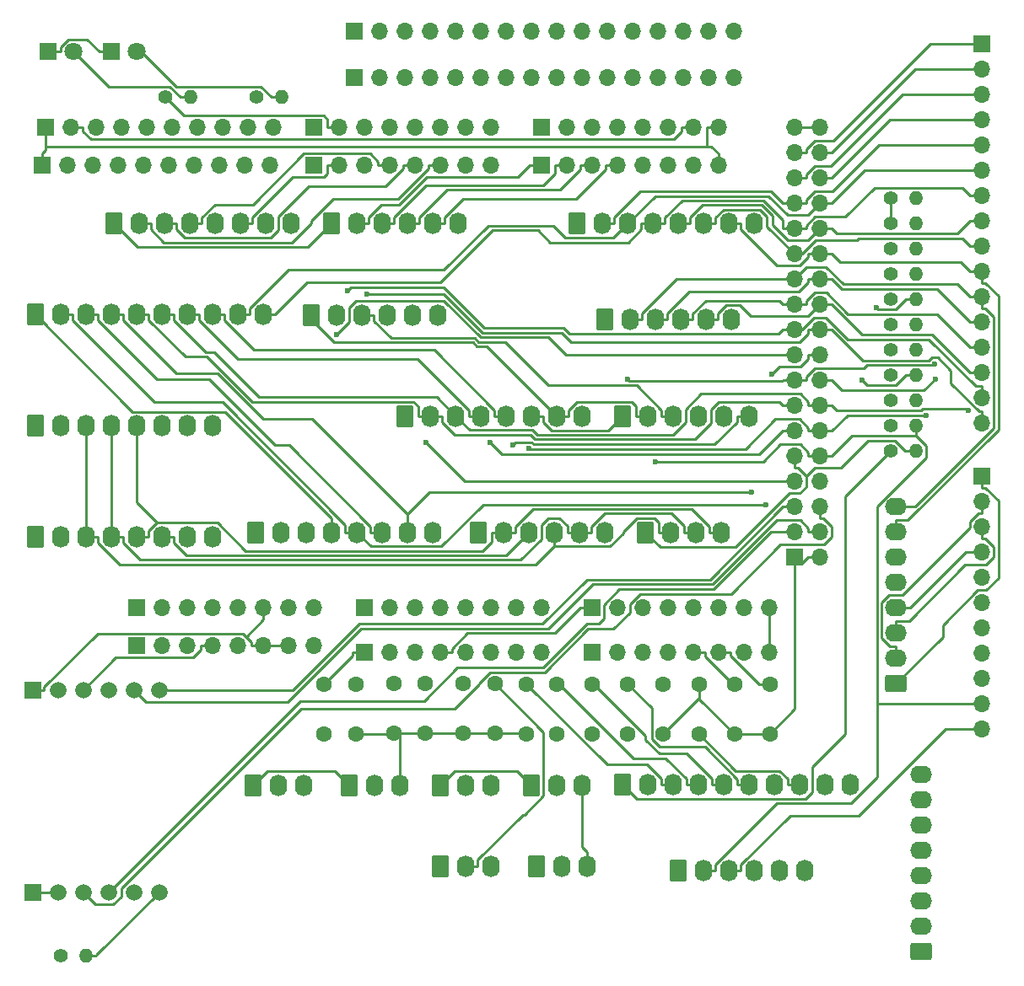
<source format=gbr>
%TF.GenerationSoftware,KiCad,Pcbnew,(6.0.7-1)-1*%
%TF.CreationDate,2023-11-05T09:43:18+10:00*%
%TF.ProjectId,Left Console Input,4c656674-2043-46f6-9e73-6f6c6520496e,rev?*%
%TF.SameCoordinates,Original*%
%TF.FileFunction,Copper,L1,Top*%
%TF.FilePolarity,Positive*%
%FSLAX46Y46*%
G04 Gerber Fmt 4.6, Leading zero omitted, Abs format (unit mm)*
G04 Created by KiCad (PCBNEW (6.0.7-1)-1) date 2023-11-05 09:43:18*
%MOMM*%
%LPD*%
G01*
G04 APERTURE LIST*
G04 Aperture macros list*
%AMRoundRect*
0 Rectangle with rounded corners*
0 $1 Rounding radius*
0 $2 $3 $4 $5 $6 $7 $8 $9 X,Y pos of 4 corners*
0 Add a 4 corners polygon primitive as box body*
4,1,4,$2,$3,$4,$5,$6,$7,$8,$9,$2,$3,0*
0 Add four circle primitives for the rounded corners*
1,1,$1+$1,$2,$3*
1,1,$1+$1,$4,$5*
1,1,$1+$1,$6,$7*
1,1,$1+$1,$8,$9*
0 Add four rect primitives between the rounded corners*
20,1,$1+$1,$2,$3,$4,$5,0*
20,1,$1+$1,$4,$5,$6,$7,0*
20,1,$1+$1,$6,$7,$8,$9,0*
20,1,$1+$1,$8,$9,$2,$3,0*%
G04 Aperture macros list end*
%TA.AperFunction,ComponentPad*%
%ADD10R,1.700000X1.700000*%
%TD*%
%TA.AperFunction,ComponentPad*%
%ADD11O,1.700000X1.700000*%
%TD*%
%TA.AperFunction,ComponentPad*%
%ADD12C,1.400000*%
%TD*%
%TA.AperFunction,ComponentPad*%
%ADD13O,1.400000X1.400000*%
%TD*%
%TA.AperFunction,ComponentPad*%
%ADD14C,1.600000*%
%TD*%
%TA.AperFunction,ComponentPad*%
%ADD15RoundRect,0.250000X-0.620000X-0.845000X0.620000X-0.845000X0.620000X0.845000X-0.620000X0.845000X0*%
%TD*%
%TA.AperFunction,ComponentPad*%
%ADD16O,1.740000X2.190000*%
%TD*%
%TA.AperFunction,ComponentPad*%
%ADD17RoundRect,0.250000X0.845000X-0.620000X0.845000X0.620000X-0.845000X0.620000X-0.845000X-0.620000X0*%
%TD*%
%TA.AperFunction,ComponentPad*%
%ADD18O,2.190000X1.740000*%
%TD*%
%TA.AperFunction,ComponentPad*%
%ADD19R,1.800000X1.800000*%
%TD*%
%TA.AperFunction,ComponentPad*%
%ADD20C,1.800000*%
%TD*%
%TA.AperFunction,ComponentPad*%
%ADD21R,1.665000X1.665000*%
%TD*%
%TA.AperFunction,ComponentPad*%
%ADD22C,1.665000*%
%TD*%
%TA.AperFunction,ViaPad*%
%ADD23C,0.600000*%
%TD*%
%TA.AperFunction,Conductor*%
%ADD24C,0.250000*%
%TD*%
G04 APERTURE END LIST*
D10*
%TO.P,J37,1,Pin_1*%
%TO.N,GND*%
X193980000Y-92380000D03*
D11*
%TO.P,J37,2,Pin_2*%
X196520000Y-92380000D03*
%TO.P,J37,3,Pin_3*%
%TO.N,SCLK*%
X193980000Y-89840000D03*
%TO.P,J37,4,Pin_4*%
%TO.N,ES1_RST*%
X196520000Y-89840000D03*
%TO.P,J37,5,Pin_5*%
%TO.N,MISO*%
X193980000Y-87300000D03*
%TO.P,J37,6,Pin_6*%
%TO.N,MOSI*%
X196520000Y-87300000D03*
%TO.P,J37,7,Pin_7*%
%TO.N,/48*%
X193980000Y-84760000D03*
%TO.P,J37,8,Pin_8*%
%TO.N,/49*%
X196520000Y-84760000D03*
%TO.P,J37,9,Pin_9*%
%TO.N,/\u002A46*%
X193980000Y-82220000D03*
%TO.P,J37,10,Pin_10*%
%TO.N,/47*%
X196520000Y-82220000D03*
%TO.P,J37,11,Pin_11*%
%TO.N,/\u002A44*%
X193980000Y-79680000D03*
%TO.P,J37,12,Pin_12*%
%TO.N,/\u002A45*%
X196520000Y-79680000D03*
%TO.P,J37,13,Pin_13*%
%TO.N,/42*%
X193980000Y-77140000D03*
%TO.P,J37,14,Pin_14*%
%TO.N,/43*%
X196520000Y-77140000D03*
%TO.P,J37,15,Pin_15*%
%TO.N,/40*%
X193980000Y-74600000D03*
%TO.P,J37,16,Pin_16*%
%TO.N,/41*%
X196520000Y-74600000D03*
%TO.P,J37,17,Pin_17*%
%TO.N,/38*%
X193980000Y-72060000D03*
%TO.P,J37,18,Pin_18*%
%TO.N,/39*%
X196520000Y-72060000D03*
%TO.P,J37,19,Pin_19*%
%TO.N,/36*%
X193980000Y-69520000D03*
%TO.P,J37,20,Pin_20*%
%TO.N,/37*%
X196520000Y-69520000D03*
%TO.P,J37,21,Pin_21*%
%TO.N,/34*%
X193980000Y-66980000D03*
%TO.P,J37,22,Pin_22*%
%TO.N,/35*%
X196520000Y-66980000D03*
%TO.P,J37,23,Pin_23*%
%TO.N,/32*%
X193980000Y-64440000D03*
%TO.P,J37,24,Pin_24*%
%TO.N,/33*%
X196520000Y-64440000D03*
%TO.P,J37,25,Pin_25*%
%TO.N,/30*%
X193980000Y-61900000D03*
%TO.P,J37,26,Pin_26*%
%TO.N,/31*%
X196520000Y-61900000D03*
%TO.P,J37,27,Pin_27*%
%TO.N,/28*%
X193980000Y-59360000D03*
%TO.P,J37,28,Pin_28*%
%TO.N,/29*%
X196520000Y-59360000D03*
%TO.P,J37,29,Pin_29*%
%TO.N,/26*%
X193980000Y-56820000D03*
%TO.P,J37,30,Pin_30*%
%TO.N,/27*%
X196520000Y-56820000D03*
%TO.P,J37,31,Pin_31*%
%TO.N,/24*%
X193980000Y-54280000D03*
%TO.P,J37,32,Pin_32*%
%TO.N,/25*%
X196520000Y-54280000D03*
%TO.P,J37,33,Pin_33*%
%TO.N,/22*%
X193980000Y-51740000D03*
%TO.P,J37,34,Pin_34*%
%TO.N,/23*%
X196520000Y-51740000D03*
%TO.P,J37,35,Pin_35*%
%TO.N,+5V*%
X193980000Y-49200000D03*
%TO.P,J37,36,Pin_36*%
X196520000Y-49200000D03*
%TD*%
D10*
%TO.P,J34,1,Pin_1*%
%TO.N,unconnected-(J34-Pad1)*%
X127940000Y-97460000D03*
D11*
%TO.P,J34,2,Pin_2*%
%TO.N,/IOREF*%
X130480000Y-97460000D03*
%TO.P,J34,3,Pin_3*%
%TO.N,/~{RESET}*%
X133020000Y-97460000D03*
%TO.P,J34,4,Pin_4*%
%TO.N,+3V3*%
X135560000Y-97460000D03*
%TO.P,J34,5,Pin_5*%
%TO.N,+5V*%
X138100000Y-97460000D03*
%TO.P,J34,6,Pin_6*%
%TO.N,GND*%
X140640000Y-97460000D03*
%TO.P,J34,7,Pin_7*%
X143180000Y-97460000D03*
%TO.P,J34,8,Pin_8*%
%TO.N,VCC*%
X145720000Y-97460000D03*
%TD*%
D10*
%TO.P,J35,1,Pin_1*%
%TO.N,/A0*%
X150800000Y-97460000D03*
D11*
%TO.P,J35,2,Pin_2*%
%TO.N,/A1*%
X153340000Y-97460000D03*
%TO.P,J35,3,Pin_3*%
%TO.N,/A2*%
X155880000Y-97460000D03*
%TO.P,J35,4,Pin_4*%
%TO.N,/A3*%
X158420000Y-97460000D03*
%TO.P,J35,5,Pin_5*%
%TO.N,/A4*%
X160960000Y-97460000D03*
%TO.P,J35,6,Pin_6*%
%TO.N,/A5*%
X163500000Y-97460000D03*
%TO.P,J35,7,Pin_7*%
%TO.N,/A6*%
X166040000Y-97460000D03*
%TO.P,J35,8,Pin_8*%
%TO.N,/A7*%
X168580000Y-97460000D03*
%TD*%
D10*
%TO.P,J36,1,Pin_1*%
%TO.N,/A3*%
X173660000Y-97460000D03*
D11*
%TO.P,J36,2,Pin_2*%
%TO.N,/A9*%
X176200000Y-97460000D03*
%TO.P,J36,3,Pin_3*%
%TO.N,/A10*%
X178740000Y-97460000D03*
%TO.P,J36,4,Pin_4*%
%TO.N,/A11*%
X181280000Y-97460000D03*
%TO.P,J36,5,Pin_5*%
%TO.N,/A12*%
X183820000Y-97460000D03*
%TO.P,J36,6,Pin_6*%
%TO.N,/A13*%
X186360000Y-97460000D03*
%TO.P,J36,7,Pin_7*%
%TO.N,/A14*%
X188900000Y-97460000D03*
%TO.P,J36,8,Pin_8*%
%TO.N,/A15*%
X191440000Y-97460000D03*
%TD*%
D10*
%TO.P,J38,1,Pin_1*%
%TO.N,/SCL{slash}21*%
X118796000Y-49200000D03*
D11*
%TO.P,J38,2,Pin_2*%
%TO.N,/SDA{slash}20*%
X121336000Y-49200000D03*
%TO.P,J38,3,Pin_3*%
%TO.N,/AREF*%
X123876000Y-49200000D03*
%TO.P,J38,4,Pin_4*%
%TO.N,GND*%
X126416000Y-49200000D03*
%TO.P,J38,5,Pin_5*%
%TO.N,/\u002A13*%
X128956000Y-49200000D03*
%TO.P,J38,6,Pin_6*%
%TO.N,/\u002A12*%
X131496000Y-49200000D03*
%TO.P,J38,7,Pin_7*%
%TO.N,/\u002A11*%
X134036000Y-49200000D03*
%TO.P,J38,8,Pin_8*%
%TO.N,SS*%
X136576000Y-49200000D03*
%TO.P,J38,9,Pin_9*%
%TO.N,/\u002A9*%
X139116000Y-49200000D03*
%TO.P,J38,10,Pin_10*%
%TO.N,/\u002A8*%
X141656000Y-49200000D03*
%TD*%
D10*
%TO.P,J39,1,Pin_1*%
%TO.N,/\u002A7*%
X145720000Y-49200000D03*
D11*
%TO.P,J39,2,Pin_2*%
%TO.N,/\u002A6*%
X148260000Y-49200000D03*
%TO.P,J39,3,Pin_3*%
%TO.N,/\u002A5*%
X150800000Y-49200000D03*
%TO.P,J39,4,Pin_4*%
%TO.N,/\u002A4*%
X153340000Y-49200000D03*
%TO.P,J39,5,Pin_5*%
%TO.N,/\u002A3*%
X155880000Y-49200000D03*
%TO.P,J39,6,Pin_6*%
%TO.N,/\u002A2*%
X158420000Y-49200000D03*
%TO.P,J39,7,Pin_7*%
%TO.N,/TX0{slash}1*%
X160960000Y-49200000D03*
%TO.P,J39,8,Pin_8*%
%TO.N,/RX0{slash}0*%
X163500000Y-49200000D03*
%TD*%
D10*
%TO.P,J40,1,Pin_1*%
%TO.N,/TX3{slash}14*%
X168580000Y-49200000D03*
D11*
%TO.P,J40,2,Pin_2*%
%TO.N,/RX3{slash}15*%
X171120000Y-49200000D03*
%TO.P,J40,3,Pin_3*%
%TO.N,/TX2{slash}16*%
X173660000Y-49200000D03*
%TO.P,J40,4,Pin_4*%
%TO.N,/RX2{slash}17*%
X176200000Y-49200000D03*
%TO.P,J40,5,Pin_5*%
%TO.N,/TX1{slash}18*%
X178740000Y-49200000D03*
%TO.P,J40,6,Pin_6*%
%TO.N,/RX1{slash}19*%
X181280000Y-49200000D03*
%TO.P,J40,7,Pin_7*%
%TO.N,/SDA{slash}20*%
X183820000Y-49200000D03*
%TO.P,J40,8,Pin_8*%
%TO.N,/SCL{slash}21*%
X186360000Y-49200000D03*
%TD*%
D12*
%TO.P,R5,1*%
%TO.N,+5V*%
X203632000Y-69012000D03*
D13*
%TO.P,R5,2*%
%TO.N,/40*%
X206172000Y-69012000D03*
%TD*%
D12*
%TO.P,R2,1*%
%TO.N,/\u002A6*%
X130784000Y-46152000D03*
D13*
%TO.P,R2,2*%
%TO.N,Net-(D2-Pad2)*%
X133324000Y-46152000D03*
%TD*%
D14*
%TO.P,C7,1*%
%TO.N,/A11*%
X184368000Y-110120000D03*
%TO.P,C7,2*%
%TO.N,GND*%
X184368000Y-105120000D03*
%TD*%
%TO.P,C14,1*%
%TO.N,/A0*%
X146736000Y-105120000D03*
%TO.P,C14,2*%
%TO.N,GND*%
X146736000Y-110120000D03*
%TD*%
D12*
%TO.P,R7,1*%
%TO.N,+5V*%
X203632000Y-66472000D03*
D13*
%TO.P,R7,2*%
%TO.N,/42*%
X206172000Y-66472000D03*
%TD*%
D15*
%TO.P,J7,1,Pin_1*%
%TO.N,+5V*%
X149276000Y-115260000D03*
D16*
%TO.P,J7,2,Pin_2*%
%TO.N,/A1*%
X151816000Y-115260000D03*
%TO.P,J7,3,Pin_3*%
%TO.N,GND*%
X154356000Y-115260000D03*
%TD*%
D12*
%TO.P,R14,1*%
%TO.N,+3V3*%
X120325000Y-132385000D03*
D13*
%TO.P,R14,2*%
%TO.N,Net-(R14-Pad2)*%
X122865000Y-132385000D03*
%TD*%
D15*
%TO.P,J12,1,Pin_1*%
%TO.N,+5V*%
X158420000Y-115260000D03*
D16*
%TO.P,J12,2,Pin_2*%
%TO.N,/A3*%
X160960000Y-115260000D03*
%TO.P,J12,3,Pin_3*%
%TO.N,GND*%
X163500000Y-115260000D03*
%TD*%
D10*
%TO.P,J32,1,Pin_1*%
%TO.N,Net-(J31-Pad1)*%
X149784000Y-44198000D03*
D11*
%TO.P,J32,2,Pin_2*%
%TO.N,Net-(J31-Pad2)*%
X152324000Y-44198000D03*
%TO.P,J32,3,Pin_3*%
%TO.N,Net-(J31-Pad3)*%
X154864000Y-44198000D03*
%TO.P,J32,4,Pin_4*%
%TO.N,Net-(J31-Pad4)*%
X157404000Y-44198000D03*
%TO.P,J32,5,Pin_5*%
%TO.N,Net-(J31-Pad5)*%
X159944000Y-44198000D03*
%TO.P,J32,6,Pin_6*%
%TO.N,Net-(J31-Pad6)*%
X162484000Y-44198000D03*
%TO.P,J32,7,Pin_7*%
%TO.N,Net-(J31-Pad7)*%
X165024000Y-44198000D03*
%TO.P,J32,8,Pin_8*%
%TO.N,Net-(J31-Pad8)*%
X167564000Y-44198000D03*
%TO.P,J32,9,Pin_9*%
%TO.N,Net-(J31-Pad9)*%
X170104000Y-44198000D03*
%TO.P,J32,10,Pin_10*%
%TO.N,Net-(J31-Pad10)*%
X172644000Y-44198000D03*
%TO.P,J32,11,Pin_11*%
%TO.N,Net-(J31-Pad11)*%
X175184000Y-44198000D03*
%TO.P,J32,12,Pin_12*%
%TO.N,Net-(J31-Pad12)*%
X177724000Y-44198000D03*
%TO.P,J32,13,Pin_13*%
%TO.N,Net-(J31-Pad13)*%
X180264000Y-44198000D03*
%TO.P,J32,14,Pin_14*%
%TO.N,Net-(J31-Pad14)*%
X182804000Y-44198000D03*
%TO.P,J32,15,Pin_15*%
%TO.N,Net-(J31-Pad15)*%
X185344000Y-44198000D03*
%TO.P,J32,16,Pin_16*%
%TO.N,Net-(J31-Pad16)*%
X187884000Y-44198000D03*
%TD*%
D14*
%TO.P,C3,1*%
%TO.N,/A13*%
X191480000Y-105120000D03*
%TO.P,C3,2*%
%TO.N,GND*%
X191480000Y-110120000D03*
%TD*%
D10*
%TO.P,J30,1,Pin_1*%
%TO.N,/A3*%
X173660000Y-101905000D03*
D11*
%TO.P,J30,2,Pin_2*%
%TO.N,/A9*%
X176200000Y-101905000D03*
%TO.P,J30,3,Pin_3*%
%TO.N,/A10*%
X178740000Y-101905000D03*
%TO.P,J30,4,Pin_4*%
%TO.N,/A11*%
X181280000Y-101905000D03*
%TO.P,J30,5,Pin_5*%
%TO.N,/A12*%
X183820000Y-101905000D03*
%TO.P,J30,6,Pin_6*%
%TO.N,/A13*%
X186360000Y-101905000D03*
%TO.P,J30,7,Pin_7*%
%TO.N,/A14*%
X188900000Y-101905000D03*
%TO.P,J30,8,Pin_8*%
%TO.N,/A15*%
X191440000Y-101905000D03*
%TD*%
D15*
%TO.P,J8,1,Pin_1*%
%TO.N,GND*%
X162230000Y-89860000D03*
D16*
%TO.P,J8,2,Pin_2*%
%TO.N,/24*%
X164770000Y-89860000D03*
%TO.P,J8,3,Pin_3*%
%TO.N,/25*%
X167310000Y-89860000D03*
%TO.P,J8,4,Pin_4*%
%TO.N,/22*%
X169850000Y-89860000D03*
%TO.P,J8,5,Pin_5*%
%TO.N,/23*%
X172390000Y-89860000D03*
%TO.P,J8,6,Pin_6*%
%TO.N,unconnected-(J8-Pad6)*%
X174930000Y-89860000D03*
%TD*%
D10*
%TO.P,J24,1,Pin_1*%
%TO.N,/22*%
X212776000Y-40818000D03*
D11*
%TO.P,J24,2,Pin_2*%
%TO.N,/23*%
X212776000Y-43358000D03*
%TO.P,J24,3,Pin_3*%
%TO.N,/24*%
X212776000Y-45898000D03*
%TO.P,J24,4,Pin_4*%
%TO.N,/25*%
X212776000Y-48438000D03*
%TO.P,J24,5,Pin_5*%
%TO.N,/26*%
X212776000Y-50978000D03*
%TO.P,J24,6,Pin_6*%
%TO.N,/27*%
X212776000Y-53518000D03*
%TO.P,J24,7,Pin_7*%
%TO.N,/28*%
X212776000Y-56058000D03*
%TO.P,J24,8,Pin_8*%
%TO.N,/29*%
X212776000Y-58598000D03*
%TO.P,J24,9,Pin_9*%
%TO.N,/30*%
X212776000Y-61138000D03*
%TO.P,J24,10,Pin_10*%
%TO.N,/31*%
X212776000Y-63678000D03*
%TO.P,J24,11,Pin_11*%
%TO.N,/32*%
X212776000Y-66218000D03*
%TO.P,J24,12,Pin_12*%
%TO.N,/33*%
X212776000Y-68758000D03*
%TO.P,J24,13,Pin_13*%
%TO.N,/34*%
X212776000Y-71298000D03*
%TO.P,J24,14,Pin_14*%
%TO.N,/35*%
X212776000Y-73838000D03*
%TO.P,J24,15,Pin_15*%
%TO.N,/36*%
X212776000Y-76378000D03*
%TO.P,J24,16,Pin_16*%
%TO.N,/37*%
X212776000Y-78918000D03*
%TD*%
D15*
%TO.P,J2,1,Pin_1*%
%TO.N,/\u002A46*%
X182296000Y-123876000D03*
D16*
%TO.P,J2,2,Pin_2*%
%TO.N,/47*%
X184836000Y-123876000D03*
%TO.P,J2,3,Pin_3*%
%TO.N,/48*%
X187376000Y-123876000D03*
%TO.P,J2,4,Pin_4*%
%TO.N,/26*%
X189916000Y-123876000D03*
%TO.P,J2,5,Pin_5*%
%TO.N,/27*%
X192456000Y-123876000D03*
%TO.P,J2,6,Pin_6*%
%TO.N,unconnected-(J2-Pad6)*%
X194996000Y-123876000D03*
%TD*%
D14*
%TO.P,C11,1*%
%TO.N,/A9*%
X177216000Y-105120000D03*
%TO.P,C11,2*%
%TO.N,GND*%
X177216000Y-110120000D03*
%TD*%
D15*
%TO.P,J22,1,Pin_1*%
%TO.N,GND*%
X125654000Y-58852000D03*
D16*
%TO.P,J22,2,Pin_2*%
%TO.N,/\u002A2*%
X128194000Y-58852000D03*
%TO.P,J22,3,Pin_3*%
%TO.N,/\u002A3*%
X130734000Y-58852000D03*
%TO.P,J22,4,Pin_4*%
%TO.N,/\u002A4*%
X133274000Y-58852000D03*
%TO.P,J22,5,Pin_5*%
%TO.N,/\u002A5*%
X135814000Y-58852000D03*
%TO.P,J22,6,Pin_6*%
%TO.N,/\u002A6*%
X138354000Y-58852000D03*
%TO.P,J22,7,Pin_7*%
%TO.N,/\u002A7*%
X140894000Y-58852000D03*
%TO.P,J22,8,Pin_8*%
%TO.N,unconnected-(J22-Pad8)*%
X143434000Y-58852000D03*
%TD*%
D15*
%TO.P,J3,1,Pin_1*%
%TO.N,/38*%
X117780000Y-67996000D03*
D16*
%TO.P,J3,2,Pin_2*%
%TO.N,/39*%
X120320000Y-67996000D03*
%TO.P,J3,3,Pin_3*%
%TO.N,/40*%
X122860000Y-67996000D03*
%TO.P,J3,4,Pin_4*%
%TO.N,/41*%
X125400000Y-67996000D03*
%TO.P,J3,5,Pin_5*%
%TO.N,/42*%
X127940000Y-67996000D03*
%TO.P,J3,6,Pin_6*%
%TO.N,/43*%
X130480000Y-67996000D03*
%TO.P,J3,7,Pin_7*%
%TO.N,/\u002A44*%
X133020000Y-67996000D03*
%TO.P,J3,8,Pin_8*%
%TO.N,/\u002A45*%
X135560000Y-67996000D03*
%TO.P,J3,9,Pin_9*%
%TO.N,/27*%
X138100000Y-67996000D03*
%TO.P,J3,10,Pin_10*%
%TO.N,/28*%
X140640000Y-67996000D03*
%TD*%
D14*
%TO.P,C6,1*%
%TO.N,/A4*%
X160706000Y-105080000D03*
%TO.P,C6,2*%
%TO.N,GND*%
X160706000Y-110080000D03*
%TD*%
D15*
%TO.P,J9,1,Pin_1*%
%TO.N,/\u002A46*%
X178994000Y-89860000D03*
D16*
%TO.P,J9,2,Pin_2*%
%TO.N,/22*%
X181534000Y-89860000D03*
%TO.P,J9,3,Pin_3*%
%TO.N,/23*%
X184074000Y-89860000D03*
%TO.P,J9,4,Pin_4*%
%TO.N,/24*%
X186614000Y-89860000D03*
%TD*%
D15*
%TO.P,J4,1,Pin_1*%
%TO.N,+5V*%
X168072000Y-123388000D03*
D16*
%TO.P,J4,2,Pin_2*%
%TO.N,/A4*%
X170612000Y-123388000D03*
%TO.P,J4,3,Pin_3*%
%TO.N,GND*%
X173152000Y-123388000D03*
%TD*%
D15*
%TO.P,J11,1,Pin_1*%
%TO.N,/47*%
X145466000Y-68016000D03*
D16*
%TO.P,J11,2,Pin_2*%
%TO.N,/48*%
X148006000Y-68016000D03*
%TO.P,J11,3,Pin_3*%
%TO.N,/22*%
X150546000Y-68016000D03*
%TO.P,J11,4,Pin_4*%
%TO.N,/23*%
X153086000Y-68016000D03*
%TO.P,J11,5,Pin_5*%
%TO.N,/24*%
X155626000Y-68016000D03*
%TO.P,J11,6,Pin_6*%
%TO.N,/25*%
X158166000Y-68016000D03*
%TD*%
D14*
%TO.P,C8,1*%
%TO.N,/A3*%
X156896000Y-105080000D03*
%TO.P,C8,2*%
%TO.N,GND*%
X156896000Y-110080000D03*
%TD*%
D12*
%TO.P,R10,1*%
%TO.N,+5V*%
X203582000Y-61392000D03*
D13*
%TO.P,R10,2*%
%TO.N,/\u002A45*%
X206122000Y-61392000D03*
%TD*%
D14*
%TO.P,C2,1*%
%TO.N,/A6*%
X167056000Y-105120000D03*
%TO.P,C2,2*%
%TO.N,GND*%
X167056000Y-110120000D03*
%TD*%
D15*
%TO.P,J18,1,Pin_1*%
%TO.N,/\u002A46*%
X176708000Y-78176000D03*
D16*
%TO.P,J18,2,Pin_2*%
%TO.N,/47*%
X179248000Y-78176000D03*
%TO.P,J18,3,Pin_3*%
%TO.N,/22*%
X181788000Y-78176000D03*
%TO.P,J18,4,Pin_4*%
%TO.N,/23*%
X184328000Y-78176000D03*
%TO.P,J18,5,Pin_5*%
%TO.N,/24*%
X186868000Y-78176000D03*
%TO.P,J18,6,Pin_6*%
%TO.N,/25*%
X189408000Y-78176000D03*
%TD*%
D10*
%TO.P,J33,1,Pin_1*%
%TO.N,unconnected-(J33-Pad1)*%
X127940000Y-101270000D03*
D11*
%TO.P,J33,2,Pin_2*%
%TO.N,/IOREF*%
X130480000Y-101270000D03*
%TO.P,J33,3,Pin_3*%
%TO.N,/~{RESET}*%
X133020000Y-101270000D03*
%TO.P,J33,4,Pin_4*%
%TO.N,+3V3*%
X135560000Y-101270000D03*
%TO.P,J33,5,Pin_5*%
%TO.N,+5V*%
X138100000Y-101270000D03*
%TO.P,J33,6,Pin_6*%
%TO.N,GND*%
X140640000Y-101270000D03*
%TO.P,J33,7,Pin_7*%
X143180000Y-101270000D03*
%TO.P,J33,8,Pin_8*%
%TO.N,VCC*%
X145720000Y-101270000D03*
%TD*%
D14*
%TO.P,C1,1*%
%TO.N,/A7*%
X170104000Y-105120000D03*
%TO.P,C1,2*%
%TO.N,GND*%
X170104000Y-110120000D03*
%TD*%
D12*
%TO.P,R8,1*%
%TO.N,+5V*%
X203632000Y-56312000D03*
D13*
%TO.P,R8,2*%
%TO.N,/43*%
X206172000Y-56312000D03*
%TD*%
D15*
%TO.P,J10,1,Pin_1*%
%TO.N,+5V*%
X167564000Y-115260000D03*
D16*
%TO.P,J10,2,Pin_2*%
%TO.N,/A2*%
X170104000Y-115260000D03*
%TO.P,J10,3,Pin_3*%
%TO.N,GND*%
X172644000Y-115260000D03*
%TD*%
D12*
%TO.P,R11,1*%
%TO.N,+5V*%
X203582000Y-81712000D03*
D13*
%TO.P,R11,2*%
%TO.N,/\u002A46*%
X206122000Y-81712000D03*
%TD*%
D14*
%TO.P,C5,1*%
%TO.N,/A12*%
X187924000Y-105120000D03*
%TO.P,C5,2*%
%TO.N,GND*%
X187924000Y-110120000D03*
%TD*%
D17*
%TO.P,J20,1,Pin_1*%
%TO.N,/38*%
X204140000Y-105080000D03*
D18*
%TO.P,J20,2,Pin_2*%
%TO.N,/39*%
X204140000Y-102540000D03*
%TO.P,J20,3,Pin_3*%
%TO.N,/40*%
X204140000Y-100000000D03*
%TO.P,J20,4,Pin_4*%
%TO.N,/41*%
X204140000Y-97460000D03*
%TO.P,J20,5,Pin_5*%
%TO.N,/29*%
X204140000Y-94920000D03*
%TO.P,J20,6,Pin_6*%
%TO.N,/30*%
X204140000Y-92380000D03*
%TO.P,J20,7,Pin_7*%
%TO.N,/31*%
X204140000Y-89840000D03*
%TO.P,J20,8,Pin_8*%
%TO.N,/32*%
X204140000Y-87300000D03*
%TD*%
D15*
%TO.P,J14,1,Pin_1*%
%TO.N,GND*%
X174930000Y-68504000D03*
D16*
%TO.P,J14,2,Pin_2*%
%TO.N,/32*%
X177470000Y-68504000D03*
%TO.P,J14,3,Pin_3*%
%TO.N,/33*%
X180010000Y-68504000D03*
%TO.P,J14,4,Pin_4*%
%TO.N,/34*%
X182550000Y-68504000D03*
%TO.P,J14,5,Pin_5*%
%TO.N,/35*%
X185090000Y-68504000D03*
%TO.P,J14,6,Pin_6*%
%TO.N,unconnected-(J14-Pad6)*%
X187630000Y-68504000D03*
%TD*%
D14*
%TO.P,C9,1*%
%TO.N,/A10*%
X180772000Y-105120000D03*
%TO.P,C9,2*%
%TO.N,GND*%
X180772000Y-110120000D03*
%TD*%
D15*
%TO.P,J21,1,Pin_1*%
%TO.N,/\u002A44*%
X117780000Y-90348000D03*
D16*
%TO.P,J21,2,Pin_2*%
%TO.N,/\u002A45*%
X120320000Y-90348000D03*
%TO.P,J21,3,Pin_3*%
%TO.N,/22*%
X122860000Y-90348000D03*
%TO.P,J21,4,Pin_4*%
%TO.N,/23*%
X125400000Y-90348000D03*
%TO.P,J21,5,Pin_5*%
%TO.N,/24*%
X127940000Y-90348000D03*
%TO.P,J21,6,Pin_6*%
%TO.N,/25*%
X130480000Y-90348000D03*
%TO.P,J21,7,Pin_7*%
%TO.N,/26*%
X133020000Y-90348000D03*
%TO.P,J21,8,Pin_8*%
%TO.N,unconnected-(J21-Pad8)*%
X135560000Y-90348000D03*
%TD*%
D17*
%TO.P,J19,1,Pin_1*%
%TO.N,/38*%
X206680000Y-132004000D03*
D18*
%TO.P,J19,2,Pin_2*%
%TO.N,/39*%
X206680000Y-129464000D03*
%TO.P,J19,3,Pin_3*%
%TO.N,/40*%
X206680000Y-126924000D03*
%TO.P,J19,4,Pin_4*%
%TO.N,/41*%
X206680000Y-124384000D03*
%TO.P,J19,5,Pin_5*%
%TO.N,/22*%
X206680000Y-121844000D03*
%TO.P,J19,6,Pin_6*%
%TO.N,/23*%
X206680000Y-119304000D03*
%TO.P,J19,7,Pin_7*%
%TO.N,/24*%
X206680000Y-116764000D03*
%TO.P,J19,8,Pin_8*%
%TO.N,/25*%
X206680000Y-114224000D03*
%TD*%
D14*
%TO.P,C12,1*%
%TO.N,/A1*%
X149911000Y-105120000D03*
%TO.P,C12,2*%
%TO.N,GND*%
X149911000Y-110120000D03*
%TD*%
D12*
%TO.P,R3,1*%
%TO.N,+5V*%
X203632000Y-58852000D03*
D13*
%TO.P,R3,2*%
%TO.N,/38*%
X206172000Y-58852000D03*
%TD*%
D15*
%TO.P,J17,1,Pin_1*%
%TO.N,GND*%
X154864000Y-78176000D03*
D16*
%TO.P,J17,2,Pin_2*%
%TO.N,/42*%
X157404000Y-78176000D03*
%TO.P,J17,3,Pin_3*%
%TO.N,/43*%
X159944000Y-78176000D03*
%TO.P,J17,4,Pin_4*%
%TO.N,/\u002A44*%
X162484000Y-78176000D03*
%TO.P,J17,5,Pin_5*%
%TO.N,/\u002A45*%
X165024000Y-78176000D03*
%TO.P,J17,6,Pin_6*%
%TO.N,/\u002A46*%
X167564000Y-78176000D03*
%TO.P,J17,7,Pin_7*%
%TO.N,/47*%
X170104000Y-78176000D03*
%TO.P,J17,8,Pin_8*%
%TO.N,unconnected-(J17-Pad8)*%
X172644000Y-78176000D03*
%TD*%
D10*
%TO.P,J28,1,Pin_1*%
%TO.N,/TX3{slash}14*%
X168580000Y-53010000D03*
D11*
%TO.P,J28,2,Pin_2*%
%TO.N,/RX3{slash}15*%
X171120000Y-53010000D03*
%TO.P,J28,3,Pin_3*%
%TO.N,/TX2{slash}16*%
X173660000Y-53010000D03*
%TO.P,J28,4,Pin_4*%
%TO.N,/RX2{slash}17*%
X176200000Y-53010000D03*
%TO.P,J28,5,Pin_5*%
%TO.N,/TX1{slash}18*%
X178740000Y-53010000D03*
%TO.P,J28,6,Pin_6*%
%TO.N,/RX1{slash}19*%
X181280000Y-53010000D03*
%TO.P,J28,7,Pin_7*%
%TO.N,/SDA{slash}20*%
X183820000Y-53010000D03*
%TO.P,J28,8,Pin_8*%
%TO.N,/SCL{slash}21*%
X186360000Y-53010000D03*
%TD*%
D15*
%TO.P,J16,1,Pin_1*%
%TO.N,GND*%
X139878000Y-89860000D03*
D16*
%TO.P,J16,2,Pin_2*%
%TO.N,/36*%
X142418000Y-89860000D03*
%TO.P,J16,3,Pin_3*%
%TO.N,/37*%
X144958000Y-89860000D03*
%TO.P,J16,4,Pin_4*%
%TO.N,/38*%
X147498000Y-89860000D03*
%TO.P,J16,5,Pin_5*%
%TO.N,/39*%
X150038000Y-89860000D03*
%TO.P,J16,6,Pin_6*%
%TO.N,/40*%
X152578000Y-89860000D03*
%TO.P,J16,7,Pin_7*%
%TO.N,/41*%
X155118000Y-89860000D03*
%TO.P,J16,8,Pin_8*%
%TO.N,unconnected-(J16-Pad8)*%
X157658000Y-89860000D03*
%TD*%
D15*
%TO.P,J15,1,Pin_1*%
%TO.N,+5V*%
X176708000Y-115240000D03*
D16*
%TO.P,J15,2,Pin_2*%
%TO.N,GND*%
X179248000Y-115240000D03*
%TO.P,J15,3,Pin_3*%
%TO.N,/A6*%
X181788000Y-115240000D03*
%TO.P,J15,4,Pin_4*%
%TO.N,/A7*%
X184328000Y-115240000D03*
%TO.P,J15,5,Pin_5*%
%TO.N,/A3*%
X186868000Y-115240000D03*
%TO.P,J15,6,Pin_6*%
%TO.N,/A9*%
X189408000Y-115240000D03*
%TO.P,J15,7,Pin_7*%
%TO.N,/A10*%
X191948000Y-115240000D03*
%TO.P,J15,8,Pin_8*%
%TO.N,/A11*%
X194488000Y-115240000D03*
%TO.P,J15,9,Pin_9*%
%TO.N,/A12*%
X197028000Y-115240000D03*
%TO.P,J15,10,Pin_10*%
%TO.N,/A13*%
X199568000Y-115240000D03*
%TD*%
D15*
%TO.P,J23,1,Pin_1*%
%TO.N,GND*%
X147498000Y-58852000D03*
D16*
%TO.P,J23,2,Pin_2*%
%TO.N,/TX3{slash}14*%
X150038000Y-58852000D03*
%TO.P,J23,3,Pin_3*%
%TO.N,/RX3{slash}15*%
X152578000Y-58852000D03*
%TO.P,J23,4,Pin_4*%
%TO.N,/TX2{slash}16*%
X155118000Y-58852000D03*
%TO.P,J23,5,Pin_5*%
%TO.N,/RX2{slash}17*%
X157658000Y-58852000D03*
%TO.P,J23,6,Pin_6*%
%TO.N,unconnected-(J23-Pad6)*%
X160198000Y-58852000D03*
%TD*%
D14*
%TO.P,C4,1*%
%TO.N,/A5*%
X163881000Y-105080000D03*
%TO.P,C4,2*%
%TO.N,GND*%
X163881000Y-110080000D03*
%TD*%
D12*
%TO.P,R4,1*%
%TO.N,+5V*%
X203582000Y-63932000D03*
D13*
%TO.P,R4,2*%
%TO.N,/39*%
X206122000Y-63932000D03*
%TD*%
D15*
%TO.P,J13,1,Pin_1*%
%TO.N,GND*%
X172136000Y-58852000D03*
D16*
%TO.P,J13,2,Pin_2*%
%TO.N,/26*%
X174676000Y-58852000D03*
%TO.P,J13,3,Pin_3*%
%TO.N,/27*%
X177216000Y-58852000D03*
%TO.P,J13,4,Pin_4*%
%TO.N,/28*%
X179756000Y-58852000D03*
%TO.P,J13,5,Pin_5*%
%TO.N,/29*%
X182296000Y-58852000D03*
%TO.P,J13,6,Pin_6*%
%TO.N,/30*%
X184836000Y-58852000D03*
%TO.P,J13,7,Pin_7*%
%TO.N,/31*%
X187376000Y-58852000D03*
%TO.P,J13,8,Pin_8*%
%TO.N,unconnected-(J13-Pad8)*%
X189916000Y-58852000D03*
%TD*%
D10*
%TO.P,J27,1,Pin_1*%
%TO.N,/\u002A7*%
X145720000Y-53010000D03*
D11*
%TO.P,J27,2,Pin_2*%
%TO.N,/\u002A6*%
X148260000Y-53010000D03*
%TO.P,J27,3,Pin_3*%
%TO.N,/\u002A5*%
X150800000Y-53010000D03*
%TO.P,J27,4,Pin_4*%
%TO.N,/\u002A4*%
X153340000Y-53010000D03*
%TO.P,J27,5,Pin_5*%
%TO.N,/\u002A3*%
X155880000Y-53010000D03*
%TO.P,J27,6,Pin_6*%
%TO.N,/\u002A2*%
X158420000Y-53010000D03*
%TO.P,J27,7,Pin_7*%
%TO.N,/TX0{slash}1*%
X160960000Y-53010000D03*
%TO.P,J27,8,Pin_8*%
%TO.N,/RX0{slash}0*%
X163500000Y-53010000D03*
%TD*%
D10*
%TO.P,J29,1,Pin_1*%
%TO.N,/A0*%
X150800000Y-101905000D03*
D11*
%TO.P,J29,2,Pin_2*%
%TO.N,/A1*%
X153340000Y-101905000D03*
%TO.P,J29,3,Pin_3*%
%TO.N,/A2*%
X155880000Y-101905000D03*
%TO.P,J29,4,Pin_4*%
%TO.N,/A3*%
X158420000Y-101905000D03*
%TO.P,J29,5,Pin_5*%
%TO.N,/A4*%
X160960000Y-101905000D03*
%TO.P,J29,6,Pin_6*%
%TO.N,/A5*%
X163500000Y-101905000D03*
%TO.P,J29,7,Pin_7*%
%TO.N,/A6*%
X166040000Y-101905000D03*
%TO.P,J29,8,Pin_8*%
%TO.N,/A7*%
X168580000Y-101905000D03*
%TD*%
D15*
%TO.P,J6,1,Pin_1*%
%TO.N,+5V*%
X139624000Y-115260000D03*
D16*
%TO.P,J6,2,Pin_2*%
%TO.N,/A0*%
X142164000Y-115260000D03*
%TO.P,J6,3,Pin_3*%
%TO.N,GND*%
X144704000Y-115260000D03*
%TD*%
D14*
%TO.P,C13,1*%
%TO.N,/A3*%
X173660000Y-105120000D03*
%TO.P,C13,2*%
%TO.N,GND*%
X173660000Y-110120000D03*
%TD*%
D12*
%TO.P,R9,1*%
%TO.N,+5V*%
X203632000Y-74092000D03*
D13*
%TO.P,R9,2*%
%TO.N,/\u002A44*%
X206172000Y-74092000D03*
%TD*%
D12*
%TO.P,R6,1*%
%TO.N,+5V*%
X203632000Y-71552000D03*
D13*
%TO.P,R6,2*%
%TO.N,/41*%
X206172000Y-71552000D03*
%TD*%
D19*
%TO.P,D1,1,K*%
%TO.N,GND*%
X125395000Y-41580000D03*
D20*
%TO.P,D1,2,A*%
%TO.N,Net-(D1-Pad2)*%
X127935000Y-41580000D03*
%TD*%
D12*
%TO.P,R12,1*%
%TO.N,+5V*%
X203632000Y-79172000D03*
D13*
%TO.P,R12,2*%
%TO.N,/47*%
X206172000Y-79172000D03*
%TD*%
D12*
%TO.P,R1,1*%
%TO.N,/\u002A5*%
X139928000Y-46152000D03*
D13*
%TO.P,R1,2*%
%TO.N,Net-(D1-Pad2)*%
X142468000Y-46152000D03*
%TD*%
D15*
%TO.P,J1,1,Pin_1*%
%TO.N,/42*%
X117780000Y-79172000D03*
D16*
%TO.P,J1,2,Pin_2*%
%TO.N,/43*%
X120320000Y-79172000D03*
%TO.P,J1,3,Pin_3*%
%TO.N,/22*%
X122860000Y-79172000D03*
%TO.P,J1,4,Pin_4*%
%TO.N,/23*%
X125400000Y-79172000D03*
%TO.P,J1,5,Pin_5*%
%TO.N,/24*%
X127940000Y-79172000D03*
%TO.P,J1,6,Pin_6*%
%TO.N,/25*%
X130480000Y-79172000D03*
%TO.P,J1,7,Pin_7*%
%TO.N,/26*%
X133020000Y-79172000D03*
%TO.P,J1,8,Pin_8*%
%TO.N,unconnected-(J1-Pad8)*%
X135560000Y-79172000D03*
%TD*%
D10*
%TO.P,J25,1,Pin_1*%
%TO.N,/38*%
X212776000Y-84252000D03*
D11*
%TO.P,J25,2,Pin_2*%
%TO.N,/39*%
X212776000Y-86792000D03*
%TO.P,J25,3,Pin_3*%
%TO.N,/40*%
X212776000Y-89332000D03*
%TO.P,J25,4,Pin_4*%
%TO.N,/41*%
X212776000Y-91872000D03*
%TO.P,J25,5,Pin_5*%
%TO.N,/42*%
X212776000Y-94412000D03*
%TO.P,J25,6,Pin_6*%
%TO.N,/43*%
X212776000Y-96952000D03*
%TO.P,J25,7,Pin_7*%
%TO.N,/\u002A44*%
X212776000Y-99492000D03*
%TO.P,J25,8,Pin_8*%
%TO.N,/\u002A45*%
X212776000Y-102032000D03*
%TO.P,J25,9,Pin_9*%
%TO.N,/\u002A46*%
X212776000Y-104572000D03*
%TO.P,J25,10,Pin_10*%
%TO.N,/47*%
X212776000Y-107112000D03*
%TO.P,J25,11,Pin_11*%
%TO.N,/48*%
X212776000Y-109652000D03*
%TD*%
D21*
%TO.P,U1,A1,GND_1*%
%TO.N,GND*%
X117495000Y-126035000D03*
D22*
%TO.P,U1,A2,GND_2*%
X120035000Y-126035000D03*
%TO.P,U1,A3,MOSI*%
%TO.N,MOSI*%
X122575000Y-126035000D03*
%TO.P,U1,A4,SCLK*%
%TO.N,SCLK*%
X125115000Y-126035000D03*
%TO.P,U1,A5,CS*%
%TO.N,SS*%
X127655000Y-126035000D03*
%TO.P,U1,A6,INT*%
%TO.N,Net-(R14-Pad2)*%
X130195000Y-126035000D03*
D21*
%TO.P,U1,B1,GND_3*%
%TO.N,GND*%
X117495000Y-105715000D03*
D22*
%TO.P,U1,B2,3V3_1*%
%TO.N,+3V3*%
X120035000Y-105715000D03*
%TO.P,U1,B3,3V3_2*%
X122575000Y-105715000D03*
%TO.P,U1,B4,NC*%
%TO.N,unconnected-(U1-PadB4)*%
X125115000Y-105715000D03*
%TO.P,U1,B5,RST*%
%TO.N,ES1_RST*%
X127655000Y-105715000D03*
%TO.P,U1,B6,MISO*%
%TO.N,MISO*%
X130195000Y-105715000D03*
%TD*%
D10*
%TO.P,J26,1,Pin_1*%
%TO.N,/SCL{slash}21*%
X118415000Y-53010000D03*
D11*
%TO.P,J26,2,Pin_2*%
%TO.N,/SDA{slash}20*%
X120955000Y-53010000D03*
%TO.P,J26,3,Pin_3*%
%TO.N,/AREF*%
X123495000Y-53010000D03*
%TO.P,J26,4,Pin_4*%
%TO.N,GND*%
X126035000Y-53010000D03*
%TO.P,J26,5,Pin_5*%
%TO.N,/\u002A13*%
X128575000Y-53010000D03*
%TO.P,J26,6,Pin_6*%
%TO.N,/\u002A12*%
X131115000Y-53010000D03*
%TO.P,J26,7,Pin_7*%
%TO.N,/\u002A11*%
X133655000Y-53010000D03*
%TO.P,J26,8,Pin_8*%
%TO.N,SS*%
X136195000Y-53010000D03*
%TO.P,J26,9,Pin_9*%
%TO.N,/\u002A9*%
X138735000Y-53010000D03*
%TO.P,J26,10,Pin_10*%
%TO.N,/\u002A8*%
X141275000Y-53010000D03*
%TD*%
D15*
%TO.P,J5,1,Pin_1*%
%TO.N,+5V*%
X158420000Y-123388000D03*
D16*
%TO.P,J5,2,Pin_2*%
%TO.N,/A5*%
X160960000Y-123388000D03*
%TO.P,J5,3,Pin_3*%
%TO.N,GND*%
X163500000Y-123388000D03*
%TD*%
D14*
%TO.P,C10,1*%
%TO.N,/A2*%
X153721000Y-105080000D03*
%TO.P,C10,2*%
%TO.N,GND*%
X153721000Y-110080000D03*
%TD*%
D10*
%TO.P,J31,1,Pin_1*%
%TO.N,Net-(J31-Pad1)*%
X149784000Y-39548000D03*
D11*
%TO.P,J31,2,Pin_2*%
%TO.N,Net-(J31-Pad2)*%
X152324000Y-39548000D03*
%TO.P,J31,3,Pin_3*%
%TO.N,Net-(J31-Pad3)*%
X154864000Y-39548000D03*
%TO.P,J31,4,Pin_4*%
%TO.N,Net-(J31-Pad4)*%
X157404000Y-39548000D03*
%TO.P,J31,5,Pin_5*%
%TO.N,Net-(J31-Pad5)*%
X159944000Y-39548000D03*
%TO.P,J31,6,Pin_6*%
%TO.N,Net-(J31-Pad6)*%
X162484000Y-39548000D03*
%TO.P,J31,7,Pin_7*%
%TO.N,Net-(J31-Pad7)*%
X165024000Y-39548000D03*
%TO.P,J31,8,Pin_8*%
%TO.N,Net-(J31-Pad8)*%
X167564000Y-39548000D03*
%TO.P,J31,9,Pin_9*%
%TO.N,Net-(J31-Pad9)*%
X170104000Y-39548000D03*
%TO.P,J31,10,Pin_10*%
%TO.N,Net-(J31-Pad10)*%
X172644000Y-39548000D03*
%TO.P,J31,11,Pin_11*%
%TO.N,Net-(J31-Pad11)*%
X175184000Y-39548000D03*
%TO.P,J31,12,Pin_12*%
%TO.N,Net-(J31-Pad12)*%
X177724000Y-39548000D03*
%TO.P,J31,13,Pin_13*%
%TO.N,Net-(J31-Pad13)*%
X180264000Y-39548000D03*
%TO.P,J31,14,Pin_14*%
%TO.N,Net-(J31-Pad14)*%
X182804000Y-39548000D03*
%TO.P,J31,15,Pin_15*%
%TO.N,Net-(J31-Pad15)*%
X185344000Y-39548000D03*
%TO.P,J31,16,Pin_16*%
%TO.N,Net-(J31-Pad16)*%
X187884000Y-39548000D03*
%TD*%
D19*
%TO.P,D2,1,K*%
%TO.N,GND*%
X119045000Y-41580000D03*
D20*
%TO.P,D2,2,A*%
%TO.N,Net-(D2-Pad2)*%
X121585000Y-41580000D03*
%TD*%
D12*
%TO.P,R13,1*%
%TO.N,+5V*%
X203582000Y-76632000D03*
D13*
%TO.P,R13,2*%
%TO.N,/48*%
X206122000Y-76632000D03*
%TD*%
D23*
%TO.N,/36*%
X149085200Y-65609500D03*
%TO.N,/\u002A44*%
X163374300Y-80863500D03*
X200777100Y-74609800D03*
%TO.N,/25*%
X165690000Y-81095900D03*
%TO.N,/37*%
X151071400Y-65910100D03*
%TO.N,/39*%
X191110000Y-87059800D03*
X191654700Y-74010700D03*
%TO.N,/38*%
X147966700Y-70023800D03*
%TO.N,/41*%
X208073500Y-74468800D03*
X189615100Y-85856900D03*
%TO.N,/40*%
X177185500Y-74475400D03*
X208013800Y-72942400D03*
%TO.N,/43*%
X211425100Y-77657300D03*
%TO.N,/42*%
X202212500Y-67319700D03*
%TO.N,/\u002A45*%
X167312700Y-81423700D03*
X207168800Y-78112900D03*
%TO.N,/47*%
X179987700Y-82772700D03*
%TO.N,/48*%
X156942100Y-80876700D03*
%TD*%
D24*
%TO.N,/34*%
X212776000Y-71298000D02*
X211600700Y-71298000D01*
X193980000Y-66980000D02*
X195155300Y-66980000D01*
X208251200Y-67948500D02*
X211600700Y-71298000D01*
X199300700Y-67948500D02*
X208251200Y-67948500D01*
X197156900Y-65804700D02*
X199300700Y-67948500D01*
X195963200Y-65804700D02*
X197156900Y-65804700D01*
X195155300Y-66612600D02*
X195963200Y-65804700D01*
X195155300Y-66980000D02*
X195155300Y-66612600D01*
X192427700Y-66603000D02*
X192804700Y-66980000D01*
X185048600Y-66603000D02*
X192427700Y-66603000D01*
X183745300Y-67906300D02*
X185048600Y-66603000D01*
X183745300Y-68504000D02*
X183745300Y-67906300D01*
X182550000Y-68504000D02*
X183745300Y-68504000D01*
X193980000Y-66980000D02*
X192804700Y-66980000D01*
%TO.N,Net-(R14-Pad2)*%
X123890300Y-132339700D02*
X123890300Y-132385000D01*
X130195000Y-126035000D02*
X123890300Y-132339700D01*
X122865000Y-132385000D02*
X123890300Y-132385000D01*
%TO.N,/SDA{slash}20*%
X182644700Y-49567400D02*
X182644700Y-49200000D01*
X181836800Y-50375300D02*
X182644700Y-49567400D01*
X123319300Y-50375300D02*
X181836800Y-50375300D01*
X122511300Y-49567300D02*
X123319300Y-50375300D01*
X122511300Y-49200000D02*
X122511300Y-49567300D01*
X121336000Y-49200000D02*
X122511300Y-49200000D01*
X183820000Y-49200000D02*
X182644700Y-49200000D01*
%TO.N,/SCL{slash}21*%
X186360000Y-49200000D02*
X185184700Y-49200000D01*
X186360000Y-53010000D02*
X186360000Y-51834700D01*
X118415000Y-53010000D02*
X118415000Y-51834700D01*
X118796000Y-51453700D02*
X118796000Y-51104900D01*
X118415000Y-51834700D02*
X118796000Y-51453700D01*
X118796000Y-51104900D02*
X118796000Y-49200000D01*
X185184700Y-51104900D02*
X185184700Y-49200000D01*
X185630200Y-51104900D02*
X185184700Y-51104900D01*
X186360000Y-51834700D02*
X185630200Y-51104900D01*
X185184700Y-51104900D02*
X118796000Y-51104900D01*
%TO.N,/36*%
X212776000Y-76378000D02*
X212776000Y-75202700D01*
X192395700Y-69929000D02*
X192804700Y-69520000D01*
X171357800Y-69929000D02*
X192395700Y-69929000D01*
X170766200Y-69337400D02*
X171357800Y-69929000D01*
X162844100Y-69337400D02*
X170766200Y-69337400D01*
X158731500Y-65224800D02*
X162844100Y-69337400D01*
X149469900Y-65224800D02*
X158731500Y-65224800D01*
X149085200Y-65609500D02*
X149469900Y-65224800D01*
X212188200Y-75202700D02*
X212776000Y-75202700D01*
X207473200Y-70487700D02*
X212188200Y-75202700D01*
X199299900Y-70487700D02*
X207473200Y-70487700D01*
X197139000Y-68326800D02*
X199299900Y-70487700D01*
X195887900Y-68326800D02*
X197139000Y-68326800D01*
X194694700Y-69520000D02*
X195887900Y-68326800D01*
X193980000Y-69520000D02*
X194694700Y-69520000D01*
X193980000Y-69520000D02*
X192804700Y-69520000D01*
%TO.N,/TX2{slash}16*%
X155118000Y-58852000D02*
X156313300Y-58852000D01*
X173660000Y-53010000D02*
X172484700Y-53010000D01*
X172484700Y-53377300D02*
X172484700Y-53010000D01*
X170391700Y-55470300D02*
X172484700Y-53377300D01*
X159097300Y-55470300D02*
X170391700Y-55470300D01*
X156313300Y-58254300D02*
X159097300Y-55470300D01*
X156313300Y-58852000D02*
X156313300Y-58254300D01*
%TO.N,/TX3{slash}14*%
X166229400Y-54185300D02*
X167404700Y-53010000D01*
X157080600Y-54185300D02*
X166229400Y-54185300D01*
X154302500Y-56963400D02*
X157080600Y-54185300D01*
X152524300Y-56963400D02*
X154302500Y-56963400D01*
X151233300Y-58254400D02*
X152524300Y-56963400D01*
X151233300Y-58852000D02*
X151233300Y-58254400D01*
X150038000Y-58852000D02*
X151233300Y-58852000D01*
X168580000Y-53010000D02*
X167404700Y-53010000D01*
%TO.N,/\u002A44*%
X133020000Y-67996000D02*
X134215300Y-67996000D01*
X162484000Y-78176000D02*
X161288700Y-78176000D01*
X161288700Y-77578400D02*
X161288700Y-78176000D01*
X156160500Y-72450200D02*
X161288700Y-77578400D01*
X138098600Y-72450200D02*
X156160500Y-72450200D01*
X134215300Y-68566900D02*
X138098600Y-72450200D01*
X134215300Y-67996000D02*
X134215300Y-68566900D01*
X164559900Y-82049100D02*
X163374300Y-80863500D01*
X190435600Y-82049100D02*
X164559900Y-82049100D01*
X192804700Y-79680000D02*
X190435600Y-82049100D01*
X193980000Y-79680000D02*
X192804700Y-79680000D01*
X201284700Y-75117400D02*
X200777100Y-74609800D01*
X204121300Y-75117400D02*
X201284700Y-75117400D01*
X205146700Y-74092000D02*
X204121300Y-75117400D01*
X206172000Y-74092000D02*
X205146700Y-74092000D01*
%TO.N,/RX2{slash}17*%
X157658000Y-58852000D02*
X158853300Y-58852000D01*
X176200000Y-53010000D02*
X175024700Y-53010000D01*
X175024700Y-53377300D02*
X175024700Y-53010000D01*
X172032400Y-56369600D02*
X175024700Y-53377300D01*
X160738100Y-56369600D02*
X172032400Y-56369600D01*
X158853300Y-58254400D02*
X160738100Y-56369600D01*
X158853300Y-58852000D02*
X158853300Y-58254400D01*
%TO.N,Net-(D2-Pad2)*%
X131273400Y-45126700D02*
X132298700Y-46152000D01*
X125131700Y-45126700D02*
X131273400Y-45126700D01*
X121585000Y-41580000D02*
X125131700Y-45126700D01*
X133324000Y-46152000D02*
X132298700Y-46152000D01*
%TO.N,/RX3{slash}15*%
X169944700Y-53818000D02*
X169944700Y-53010000D01*
X168742800Y-55019900D02*
X169944700Y-53818000D01*
X157007700Y-55019900D02*
X168742800Y-55019900D01*
X153773300Y-58254300D02*
X157007700Y-55019900D01*
X153773300Y-58852000D02*
X153773300Y-58254300D01*
X152578000Y-58852000D02*
X153773300Y-58852000D01*
X171120000Y-53010000D02*
X169944700Y-53010000D01*
%TO.N,Net-(D1-Pad2)*%
X140417400Y-45126700D02*
X141442700Y-46152000D01*
X131910300Y-45126700D02*
X140417400Y-45126700D01*
X128363600Y-41580000D02*
X131910300Y-45126700D01*
X127935000Y-41580000D02*
X128363600Y-41580000D01*
X142468000Y-46152000D02*
X141442700Y-46152000D01*
%TO.N,+3V3*%
X134384700Y-101637400D02*
X134384700Y-101270000D01*
X133576800Y-102445300D02*
X134384700Y-101637400D01*
X125844700Y-102445300D02*
X133576800Y-102445300D01*
X122575000Y-105715000D02*
X125844700Y-102445300D01*
X135560000Y-101270000D02*
X134384700Y-101270000D01*
%TO.N,/\u002A2*%
X158420000Y-53010000D02*
X157244700Y-53010000D01*
X128194000Y-58852000D02*
X129389300Y-58852000D01*
X129389300Y-59449700D02*
X129389300Y-58852000D01*
X130674300Y-60734700D02*
X129389300Y-59449700D01*
X143487800Y-60734700D02*
X130674300Y-60734700D01*
X145440700Y-58781800D02*
X143487800Y-60734700D01*
X145440700Y-58568700D02*
X145440700Y-58781800D01*
X147644900Y-56364500D02*
X145440700Y-58568700D01*
X154187700Y-56364500D02*
X147644900Y-56364500D01*
X157244700Y-53307500D02*
X154187700Y-56364500D01*
X157244700Y-53010000D02*
X157244700Y-53307500D01*
%TO.N,/\u002A3*%
X155880000Y-53010000D02*
X154704700Y-53010000D01*
X130734000Y-58852000D02*
X131929300Y-58852000D01*
X131929300Y-59449700D02*
X131929300Y-58852000D01*
X132761300Y-60281700D02*
X131929300Y-59449700D01*
X141395100Y-60281700D02*
X132761300Y-60281700D01*
X142164000Y-59512800D02*
X141395100Y-60281700D01*
X142164000Y-58135300D02*
X142164000Y-59512800D01*
X145187100Y-55112200D02*
X142164000Y-58135300D01*
X152900000Y-55112200D02*
X145187100Y-55112200D01*
X154704700Y-53307500D02*
X152900000Y-55112200D01*
X154704700Y-53010000D02*
X154704700Y-53307500D01*
%TO.N,/\u002A4*%
X134469300Y-58254300D02*
X134469300Y-58852000D01*
X135765200Y-56958400D02*
X134469300Y-58254300D01*
X139598800Y-56958400D02*
X135765200Y-56958400D01*
X144722600Y-51834600D02*
X139598800Y-56958400D01*
X151356600Y-51834600D02*
X144722600Y-51834600D01*
X152164700Y-52642700D02*
X151356600Y-51834600D01*
X152164700Y-53010000D02*
X152164700Y-52642700D01*
X153340000Y-53010000D02*
X152164700Y-53010000D01*
X133274000Y-58852000D02*
X134469300Y-58852000D01*
%TO.N,/\u002A6*%
X147084700Y-53818100D02*
X147084700Y-53010000D01*
X146717500Y-54185300D02*
X147084700Y-53818100D01*
X143618400Y-54185300D02*
X146717500Y-54185300D01*
X139549300Y-58254400D02*
X143618400Y-54185300D01*
X139549300Y-58852000D02*
X139549300Y-58254400D01*
X138354000Y-58852000D02*
X139549300Y-58852000D01*
X148260000Y-53010000D02*
X147084700Y-53010000D01*
X147084700Y-48404600D02*
X147084700Y-49200000D01*
X146704800Y-48024700D02*
X147084700Y-48404600D01*
X132656700Y-48024700D02*
X146704800Y-48024700D01*
X130784000Y-46152000D02*
X132656700Y-48024700D01*
X148260000Y-49200000D02*
X147084700Y-49200000D01*
%TO.N,/A15*%
X191440000Y-101905000D02*
X191440000Y-97460000D01*
%TO.N,/A13*%
X187535300Y-102272300D02*
X187535300Y-101905000D01*
X190383000Y-105120000D02*
X187535300Y-102272300D01*
X191480000Y-105120000D02*
X190383000Y-105120000D01*
X186360000Y-101905000D02*
X187535300Y-101905000D01*
%TO.N,/A12*%
X184995300Y-102302400D02*
X184995300Y-101905000D01*
X187812900Y-105120000D02*
X184995300Y-102302400D01*
X187924000Y-105120000D02*
X187812900Y-105120000D01*
X183820000Y-101905000D02*
X184995300Y-101905000D01*
%TO.N,/A11*%
X188067600Y-113819600D02*
X184368000Y-110120000D01*
X192469900Y-113819600D02*
X188067600Y-113819600D01*
X193292700Y-114642400D02*
X192469900Y-113819600D01*
X193292700Y-115240000D02*
X193292700Y-114642400D01*
X194488000Y-115240000D02*
X193292700Y-115240000D01*
%TO.N,/A9*%
X189408000Y-115240000D02*
X188212700Y-115240000D01*
X179633600Y-107537600D02*
X177216000Y-105120000D01*
X179633600Y-110620700D02*
X179633600Y-107537600D01*
X180432000Y-111419100D02*
X179633600Y-110620700D01*
X184962600Y-111419100D02*
X180432000Y-111419100D01*
X188212700Y-114669200D02*
X184962600Y-111419100D01*
X188212700Y-115240000D02*
X188212700Y-114669200D01*
%TO.N,/25*%
X189408000Y-78176000D02*
X188212700Y-78176000D01*
X203537300Y-48438000D02*
X212776000Y-48438000D01*
X197695300Y-54280000D02*
X203537300Y-48438000D01*
X196520000Y-54280000D02*
X197695300Y-54280000D01*
X164983300Y-92186700D02*
X167310000Y-89860000D01*
X132916300Y-92186700D02*
X164983300Y-92186700D01*
X131675300Y-90945700D02*
X132916300Y-92186700D01*
X131675300Y-90348000D02*
X131675300Y-90945700D01*
X130480000Y-90348000D02*
X131675300Y-90348000D01*
X165987500Y-80798400D02*
X165690000Y-81095900D01*
X167571800Y-80798400D02*
X165987500Y-80798400D01*
X167794900Y-81021500D02*
X167571800Y-80798400D01*
X185964800Y-81021500D02*
X167794900Y-81021500D01*
X188212700Y-78773600D02*
X185964800Y-81021500D01*
X188212700Y-78176000D02*
X188212700Y-78773600D01*
%TO.N,/A7*%
X183132700Y-114642400D02*
X183132700Y-115240000D01*
X181035200Y-112544900D02*
X183132700Y-114642400D01*
X177814300Y-112544900D02*
X181035200Y-112544900D01*
X170389400Y-105120000D02*
X177814300Y-112544900D01*
X170104000Y-105120000D02*
X170389400Y-105120000D01*
X184328000Y-115240000D02*
X183132700Y-115240000D01*
%TO.N,/A6*%
X181788000Y-115240000D02*
X180592700Y-115240000D01*
X180592700Y-114642400D02*
X180592700Y-115240000D01*
X179170500Y-113220200D02*
X180592700Y-114642400D01*
X175156200Y-113220200D02*
X179170500Y-113220200D01*
X167056000Y-105120000D02*
X175156200Y-113220200D01*
%TO.N,/A5*%
X168770900Y-109969900D02*
X163881000Y-105080000D01*
X168770900Y-116341700D02*
X168770900Y-109969900D01*
X166880800Y-118231800D02*
X168770900Y-116341700D01*
X166689700Y-118231800D02*
X166880800Y-118231800D01*
X162155300Y-122766200D02*
X166689700Y-118231800D01*
X162155300Y-123388000D02*
X162155300Y-122766200D01*
X160960000Y-123388000D02*
X162155300Y-123388000D01*
%TO.N,/A0*%
X149624700Y-102231300D02*
X149624700Y-101905000D01*
X146736000Y-105120000D02*
X149624700Y-102231300D01*
X150800000Y-101905000D02*
X149624700Y-101905000D01*
%TO.N,+5V*%
X196520000Y-49200000D02*
X193980000Y-49200000D01*
X147855600Y-113839600D02*
X149276000Y-115260000D01*
X141044400Y-113839600D02*
X147855600Y-113839600D01*
X139624000Y-115260000D02*
X141044400Y-113839600D01*
X159840400Y-113839600D02*
X158420000Y-115260000D01*
X166143600Y-113839600D02*
X159840400Y-113839600D01*
X167564000Y-115260000D02*
X166143600Y-113839600D01*
X178128400Y-116660400D02*
X176708000Y-115240000D01*
X195043000Y-116660400D02*
X178128400Y-116660400D01*
X195758000Y-115945400D02*
X195043000Y-116660400D01*
X195758000Y-113391800D02*
X195758000Y-115945400D01*
X199028500Y-110121300D02*
X195758000Y-113391800D01*
X199028500Y-86265500D02*
X199028500Y-110121300D01*
X203582000Y-81712000D02*
X199028500Y-86265500D01*
X203632000Y-58852000D02*
X203632000Y-56312000D01*
%TO.N,/23*%
X196520000Y-51740000D02*
X197695300Y-51740000D01*
X206077300Y-43358000D02*
X212776000Y-43358000D01*
X197695300Y-51740000D02*
X206077300Y-43358000D01*
X125400000Y-90348000D02*
X126595300Y-90348000D01*
X172390000Y-89860000D02*
X171194700Y-89860000D01*
X125400000Y-79172000D02*
X125400000Y-90348000D01*
X171194700Y-89242200D02*
X171194700Y-89860000D01*
X170384700Y-88432200D02*
X171194700Y-89242200D01*
X169287400Y-88432200D02*
X170384700Y-88432200D01*
X168580000Y-89139600D02*
X169287400Y-88432200D01*
X168580000Y-90554200D02*
X168580000Y-89139600D01*
X166491400Y-92642800D02*
X168580000Y-90554200D01*
X128292400Y-92642800D02*
X166491400Y-92642800D01*
X126595300Y-90945700D02*
X128292400Y-92642800D01*
X126595300Y-90348000D02*
X126595300Y-90945700D01*
X173585300Y-89262300D02*
X173585300Y-89860000D01*
X174887200Y-87960400D02*
X173585300Y-89262300D01*
X181590300Y-87960400D02*
X174887200Y-87960400D01*
X182878700Y-89248800D02*
X181590300Y-87960400D01*
X182878700Y-89860000D02*
X182878700Y-89248800D01*
X184074000Y-89860000D02*
X182878700Y-89860000D01*
X172390000Y-89860000D02*
X173585300Y-89860000D01*
%TO.N,/22*%
X181788000Y-78176000D02*
X180592700Y-78176000D01*
X150546000Y-68016000D02*
X151741300Y-68016000D01*
X207574000Y-40818000D02*
X212776000Y-40818000D01*
X197827300Y-50564700D02*
X207574000Y-40818000D01*
X195963200Y-50564700D02*
X197827300Y-50564700D01*
X195155300Y-51372600D02*
X195963200Y-50564700D01*
X195155300Y-51740000D02*
X195155300Y-51372600D01*
X193980000Y-51740000D02*
X195155300Y-51740000D01*
X169850000Y-89860000D02*
X169850000Y-91280300D01*
X122860000Y-79172000D02*
X122860000Y-90348000D01*
X167998700Y-93131600D02*
X169850000Y-91280300D01*
X126241300Y-93131600D02*
X167998700Y-93131600D01*
X124055300Y-90945600D02*
X126241300Y-93131600D01*
X124055300Y-90348000D02*
X124055300Y-90945600D01*
X122860000Y-90348000D02*
X124055300Y-90348000D01*
X175461600Y-91280300D02*
X169850000Y-91280300D01*
X176779800Y-89962100D02*
X175461600Y-91280300D01*
X176779800Y-89773600D02*
X176779800Y-89962100D01*
X178120500Y-88432900D02*
X176779800Y-89773600D01*
X179882800Y-88432900D02*
X178120500Y-88432900D01*
X180338700Y-88888800D02*
X179882800Y-88432900D01*
X180338700Y-89860000D02*
X180338700Y-88888800D01*
X181534000Y-89860000D02*
X180338700Y-89860000D01*
X180592700Y-77578400D02*
X180592700Y-78176000D01*
X178115000Y-75100700D02*
X180592700Y-77578400D01*
X169278800Y-75100700D02*
X178115000Y-75100700D01*
X164904300Y-70726200D02*
X169278800Y-75100700D01*
X162251800Y-70726200D02*
X164904300Y-70726200D01*
X161862500Y-70336900D02*
X162251800Y-70726200D01*
X153464500Y-70336900D02*
X161862500Y-70336900D01*
X151741300Y-68613700D02*
X153464500Y-70336900D01*
X151741300Y-68016000D02*
X151741300Y-68613700D01*
%TO.N,/24*%
X186614000Y-89860000D02*
X185418700Y-89860000D01*
X193980000Y-54280000D02*
X195155300Y-54280000D01*
X127940000Y-90348000D02*
X129135300Y-90348000D01*
X164770000Y-89860000D02*
X163574700Y-89860000D01*
X164770000Y-89860000D02*
X165965300Y-89860000D01*
X127940000Y-86859100D02*
X129983300Y-88902400D01*
X127940000Y-79172000D02*
X127940000Y-86859100D01*
X129135300Y-89750400D02*
X129983300Y-88902400D01*
X129135300Y-90348000D02*
X129135300Y-89750400D01*
X204811100Y-45898000D02*
X212776000Y-45898000D01*
X197604400Y-53104700D02*
X204811100Y-45898000D01*
X195963200Y-53104700D02*
X197604400Y-53104700D01*
X195155300Y-53912600D02*
X195963200Y-53104700D01*
X195155300Y-54280000D02*
X195155300Y-53912600D01*
X163574700Y-90831200D02*
X163574700Y-89860000D01*
X162669500Y-91736400D02*
X163574700Y-90831200D01*
X138876200Y-91736400D02*
X162669500Y-91736400D01*
X136042200Y-88902400D02*
X138876200Y-91736400D01*
X129983300Y-88902400D02*
X136042200Y-88902400D01*
X165965300Y-89262300D02*
X165965300Y-89860000D01*
X167717500Y-87510100D02*
X165965300Y-89262300D01*
X183666400Y-87510100D02*
X167717500Y-87510100D01*
X185418700Y-89262400D02*
X183666400Y-87510100D01*
X185418700Y-89860000D02*
X185418700Y-89262400D01*
%TO.N,/27*%
X138100000Y-67996000D02*
X139295300Y-67996000D01*
X175777400Y-60290600D02*
X177216000Y-58852000D01*
X170941400Y-60290600D02*
X175777400Y-60290600D01*
X169734300Y-59083500D02*
X170941400Y-60290600D01*
X163200100Y-59083500D02*
X169734300Y-59083500D01*
X158784100Y-63499500D02*
X163200100Y-59083500D01*
X143194100Y-63499500D02*
X158784100Y-63499500D01*
X139295300Y-67398300D02*
X143194100Y-63499500D01*
X139295300Y-67996000D02*
X139295300Y-67398300D01*
X195326800Y-58013200D02*
X196520000Y-56820000D01*
X193257400Y-58013200D02*
X195326800Y-58013200D01*
X191318800Y-56074600D02*
X193257400Y-58013200D01*
X179993400Y-56074600D02*
X191318800Y-56074600D01*
X177216000Y-58852000D02*
X179993400Y-56074600D01*
X200997300Y-53518000D02*
X212776000Y-53518000D01*
X197695300Y-56820000D02*
X200997300Y-53518000D01*
X196520000Y-56820000D02*
X197695300Y-56820000D01*
%TO.N,/26*%
X193980000Y-56820000D02*
X195155300Y-56820000D01*
X202417700Y-50978000D02*
X212776000Y-50978000D01*
X197751000Y-55644700D02*
X202417700Y-50978000D01*
X195963200Y-55644700D02*
X197751000Y-55644700D01*
X195155300Y-56452600D02*
X195963200Y-55644700D01*
X195155300Y-56820000D02*
X195155300Y-56452600D01*
X191605400Y-55620700D02*
X192804700Y-56820000D01*
X178505000Y-55620700D02*
X191605400Y-55620700D01*
X175871300Y-58254400D02*
X178505000Y-55620700D01*
X175871300Y-58852000D02*
X175871300Y-58254400D01*
X174676000Y-58852000D02*
X175871300Y-58852000D01*
X193980000Y-56820000D02*
X192804700Y-56820000D01*
%TO.N,/29*%
X196520000Y-59360000D02*
X197695300Y-59360000D01*
X198212600Y-59877300D02*
X197695300Y-59360000D01*
X210321400Y-59877300D02*
X198212600Y-59877300D01*
X211600700Y-58598000D02*
X210321400Y-59877300D01*
X182296000Y-58852000D02*
X183491300Y-58852000D01*
X212188400Y-58598000D02*
X211600700Y-58598000D01*
X212188400Y-58598000D02*
X212776000Y-58598000D01*
X183491300Y-58254300D02*
X183491300Y-58852000D01*
X184767500Y-56978100D02*
X183491300Y-58254300D01*
X190661800Y-56978100D02*
X184767500Y-56978100D01*
X191766200Y-58082500D02*
X190661800Y-56978100D01*
X191766200Y-58967100D02*
X191766200Y-58082500D01*
X193334500Y-60535400D02*
X191766200Y-58967100D01*
X195344600Y-60535400D02*
X193334500Y-60535400D01*
X196520000Y-59360000D02*
X195344600Y-60535400D01*
%TO.N,/28*%
X179756000Y-58852000D02*
X180951300Y-58852000D01*
X140640000Y-67996000D02*
X141835300Y-67996000D01*
X179756000Y-58852000D02*
X178560700Y-58852000D01*
X178560700Y-59449600D02*
X178560700Y-58852000D01*
X177251900Y-60758400D02*
X178560700Y-59449600D01*
X169435000Y-60758400D02*
X177251900Y-60758400D01*
X168210500Y-59533900D02*
X169435000Y-60758400D01*
X163684900Y-59533900D02*
X168210500Y-59533900D01*
X158444400Y-64774400D02*
X163684900Y-59533900D01*
X145056900Y-64774400D02*
X158444400Y-64774400D01*
X141835300Y-67996000D02*
X145056900Y-64774400D01*
X193392400Y-59360000D02*
X192804700Y-59360000D01*
X193392400Y-59360000D02*
X193980000Y-59360000D01*
X193980000Y-59360000D02*
X195155300Y-59360000D01*
X212776000Y-56058000D02*
X211600700Y-56058000D01*
X180951300Y-58260900D02*
X180951300Y-58852000D01*
X182684400Y-56527800D02*
X180951300Y-58260900D01*
X190848400Y-56527800D02*
X182684400Y-56527800D01*
X192804700Y-58484100D02*
X190848400Y-56527800D01*
X192804700Y-59360000D02*
X192804700Y-58484100D01*
X210801200Y-55258500D02*
X211600700Y-56058000D01*
X201976100Y-55258500D02*
X210801200Y-55258500D01*
X199050000Y-58184600D02*
X201976100Y-55258500D01*
X196027800Y-58184600D02*
X199050000Y-58184600D01*
X195155300Y-59057100D02*
X196027800Y-58184600D01*
X195155300Y-59360000D02*
X195155300Y-59057100D01*
%TO.N,/31*%
X187376000Y-58852000D02*
X188571300Y-58852000D01*
X195344700Y-62235600D02*
X195344700Y-61900000D01*
X194504100Y-63076200D02*
X195344700Y-62235600D01*
X192220800Y-63076200D02*
X194504100Y-63076200D01*
X188571300Y-59426700D02*
X192220800Y-63076200D01*
X188571300Y-58852000D02*
X188571300Y-59426700D01*
X210653800Y-62731100D02*
X211600700Y-63678000D01*
X198526400Y-62731100D02*
X210653800Y-62731100D01*
X197695300Y-61900000D02*
X198526400Y-62731100D01*
X196520000Y-61900000D02*
X197695300Y-61900000D01*
X212188400Y-63678000D02*
X211600700Y-63678000D01*
X196520000Y-61900000D02*
X195344700Y-61900000D01*
X212188400Y-63678000D02*
X212776000Y-63678000D01*
X205349400Y-88644700D02*
X204140000Y-88644700D01*
X214428600Y-79565500D02*
X205349400Y-88644700D01*
X214428600Y-66138600D02*
X214428600Y-79565500D01*
X213143300Y-64853300D02*
X214428600Y-66138600D01*
X212776000Y-64853300D02*
X213143300Y-64853300D01*
X212776000Y-63678000D02*
X212776000Y-64853300D01*
X204140000Y-89840000D02*
X204140000Y-88644700D01*
%TO.N,/30*%
X194707800Y-61900000D02*
X193980000Y-61900000D01*
X196072400Y-60535400D02*
X194707800Y-61900000D01*
X200223000Y-60535400D02*
X196072400Y-60535400D01*
X200391800Y-60366600D02*
X200223000Y-60535400D01*
X210829300Y-60366600D02*
X200391800Y-60366600D01*
X211600700Y-61138000D02*
X210829300Y-60366600D01*
X212776000Y-61138000D02*
X211600700Y-61138000D01*
X191213600Y-59133600D02*
X193980000Y-61900000D01*
X191213600Y-58166800D02*
X191213600Y-59133600D01*
X190475300Y-57428500D02*
X191213600Y-58166800D01*
X186857100Y-57428500D02*
X190475300Y-57428500D01*
X186031300Y-58254300D02*
X186857100Y-57428500D01*
X186031300Y-58852000D02*
X186031300Y-58254300D01*
X184836000Y-58852000D02*
X186031300Y-58852000D01*
%TO.N,/33*%
X208289400Y-65446700D02*
X211600700Y-68758000D01*
X198702000Y-65446700D02*
X208289400Y-65446700D01*
X197695300Y-64440000D02*
X198702000Y-65446700D01*
X196520000Y-64440000D02*
X197695300Y-64440000D01*
X212776000Y-68758000D02*
X211600700Y-68758000D01*
X180010000Y-68504000D02*
X181205300Y-68504000D01*
X196520000Y-64440000D02*
X195344700Y-64440000D01*
X195344700Y-64753500D02*
X195344700Y-64440000D01*
X194388200Y-65710000D02*
X195344700Y-64753500D01*
X183401600Y-65710000D02*
X194388200Y-65710000D01*
X181205300Y-67906300D02*
X183401600Y-65710000D01*
X181205300Y-68504000D02*
X181205300Y-67906300D01*
%TO.N,/32*%
X177470000Y-68504000D02*
X178665300Y-68504000D01*
X206056300Y-87300000D02*
X204140000Y-87300000D01*
X213959000Y-79397300D02*
X206056300Y-87300000D01*
X213959000Y-68209000D02*
X213959000Y-79397300D01*
X213143300Y-67393300D02*
X213959000Y-68209000D01*
X212776000Y-67393300D02*
X213143300Y-67393300D01*
X212776000Y-66218000D02*
X212776000Y-67393300D01*
X212776000Y-66218000D02*
X211600700Y-66218000D01*
X182131700Y-64440000D02*
X193980000Y-64440000D01*
X178665300Y-67906400D02*
X182131700Y-64440000D01*
X178665300Y-68504000D02*
X178665300Y-67906400D01*
X210340000Y-64957300D02*
X211600700Y-66218000D01*
X198849500Y-64957300D02*
X210340000Y-64957300D01*
X197134000Y-63241800D02*
X198849500Y-64957300D01*
X195178200Y-63241800D02*
X197134000Y-63241800D01*
X193980000Y-64440000D02*
X195178200Y-63241800D01*
%TO.N,/35*%
X185090000Y-68504000D02*
X186285300Y-68504000D01*
X212776000Y-73838000D02*
X211600700Y-73838000D01*
X196520000Y-66980000D02*
X197695300Y-66980000D01*
X195325900Y-68174100D02*
X196520000Y-66980000D01*
X189569100Y-68174100D02*
X195325900Y-68174100D01*
X188455900Y-67060900D02*
X189569100Y-68174100D01*
X187121100Y-67060900D02*
X188455900Y-67060900D01*
X186285300Y-67896700D02*
X187121100Y-67060900D01*
X186285300Y-68504000D02*
X186285300Y-67896700D01*
X200752600Y-70037300D02*
X197695300Y-66980000D01*
X207800000Y-70037300D02*
X200752600Y-70037300D01*
X211600700Y-73838000D02*
X207800000Y-70037300D01*
%TO.N,/37*%
X195932400Y-69520000D02*
X195344700Y-69520000D01*
X195344700Y-69887400D02*
X195344700Y-69520000D01*
X194490000Y-70742100D02*
X195344700Y-69887400D01*
X171534000Y-70742100D02*
X194490000Y-70742100D01*
X170617500Y-69825600D02*
X171534000Y-70742100D01*
X162625000Y-69825600D02*
X170617500Y-69825600D01*
X158709500Y-65910100D02*
X162625000Y-69825600D01*
X151071400Y-65910100D02*
X158709500Y-65910100D01*
X195932400Y-69520000D02*
X196520000Y-69520000D01*
X196520000Y-69520000D02*
X197695300Y-69520000D01*
X212776000Y-78918000D02*
X212776000Y-77742700D01*
X200791400Y-72616100D02*
X197695300Y-69520000D01*
X207455800Y-72616100D02*
X200791400Y-72616100D01*
X207754800Y-72317100D02*
X207455800Y-72616100D01*
X208329900Y-72317100D02*
X207754800Y-72317100D01*
X209616000Y-73603200D02*
X208329900Y-72317100D01*
X209616000Y-74880300D02*
X209616000Y-73603200D01*
X212478400Y-77742700D02*
X209616000Y-74880300D01*
X212776000Y-77742700D02*
X212478400Y-77742700D01*
%TO.N,/A3*%
X173660000Y-97460000D02*
X172484700Y-97460000D01*
X158420000Y-101905000D02*
X159595300Y-101905000D01*
X185672700Y-114642400D02*
X185672700Y-115240000D01*
X183124800Y-112094500D02*
X185672700Y-114642400D01*
X180431600Y-112094500D02*
X183124800Y-112094500D01*
X179024000Y-110686900D02*
X180431600Y-112094500D01*
X179024000Y-110329300D02*
X179024000Y-110686900D01*
X173814700Y-105120000D02*
X179024000Y-110329300D01*
X173660000Y-105120000D02*
X173814700Y-105120000D01*
X186868000Y-115240000D02*
X185672700Y-115240000D01*
X169962300Y-99982400D02*
X172484700Y-97460000D01*
X161150600Y-99982400D02*
X169962300Y-99982400D01*
X159595300Y-101537700D02*
X161150600Y-99982400D01*
X159595300Y-101905000D02*
X159595300Y-101537700D01*
%TO.N,/39*%
X120320000Y-67996000D02*
X121515300Y-67996000D01*
X148842700Y-89112900D02*
X148842700Y-89860000D01*
X136536100Y-76806300D02*
X148842700Y-89112900D01*
X129728000Y-76806300D02*
X136536100Y-76806300D01*
X121515300Y-68593600D02*
X129728000Y-76806300D01*
X121515300Y-67996000D02*
X121515300Y-68593600D01*
X150038000Y-89860000D02*
X148842700Y-89860000D01*
X162719700Y-87059800D02*
X191110000Y-87059800D01*
X158493500Y-91286000D02*
X162719700Y-87059800D01*
X151464000Y-91286000D02*
X158493500Y-91286000D01*
X150038000Y-89860000D02*
X151464000Y-91286000D01*
X196520000Y-72060000D02*
X195344700Y-72060000D01*
X192430100Y-73235300D02*
X191654700Y-74010700D01*
X194536800Y-73235300D02*
X192430100Y-73235300D01*
X195344700Y-72427400D02*
X194536800Y-73235300D01*
X195344700Y-72060000D02*
X195344700Y-72427400D01*
X203542400Y-101344700D02*
X204140000Y-101344700D01*
X202714600Y-100516900D02*
X203542400Y-101344700D01*
X202714600Y-96946700D02*
X202714600Y-100516900D01*
X203471300Y-96190000D02*
X202714600Y-96946700D01*
X204834200Y-96190000D02*
X203471300Y-96190000D01*
X211600700Y-89423500D02*
X204834200Y-96190000D01*
X211600700Y-88775200D02*
X211600700Y-89423500D01*
X212408600Y-87967300D02*
X211600700Y-88775200D01*
X212776000Y-87967300D02*
X212408600Y-87967300D01*
X212776000Y-86792000D02*
X212776000Y-87967300D01*
X204140000Y-102540000D02*
X204140000Y-101344700D01*
%TO.N,/38*%
X127535600Y-77751600D02*
X117780000Y-67996000D01*
X136809900Y-77751600D02*
X127535600Y-77751600D01*
X147498000Y-88439700D02*
X136809900Y-77751600D01*
X147498000Y-89860000D02*
X147498000Y-88439700D01*
X171025400Y-72060000D02*
X193980000Y-72060000D01*
X169241300Y-70275900D02*
X171025400Y-72060000D01*
X162438400Y-70275900D02*
X169241300Y-70275900D01*
X158758100Y-66595600D02*
X162438400Y-70275900D01*
X149982100Y-66595600D02*
X158758100Y-66595600D01*
X149276000Y-67301700D02*
X149982100Y-66595600D01*
X149276000Y-68714500D02*
X149276000Y-67301700D01*
X147966700Y-70023800D02*
X149276000Y-68714500D01*
X208838700Y-100381300D02*
X204140000Y-105080000D01*
X208838700Y-99182500D02*
X208838700Y-100381300D01*
X212339200Y-95682000D02*
X208838700Y-99182500D01*
X213228500Y-95682000D02*
X212339200Y-95682000D01*
X214425200Y-94485300D02*
X213228500Y-95682000D01*
X214425200Y-86709200D02*
X214425200Y-94485300D01*
X213143300Y-85427300D02*
X214425200Y-86709200D01*
X212776000Y-85427300D02*
X213143300Y-85427300D01*
X212776000Y-84252000D02*
X212776000Y-85427300D01*
%TO.N,/41*%
X211148300Y-91872000D02*
X205560300Y-97460000D01*
X212776000Y-91872000D02*
X211148300Y-91872000D01*
X204140000Y-97460000D02*
X205560300Y-97460000D01*
X125400000Y-67996000D02*
X126595300Y-67996000D01*
X155118000Y-89860000D02*
X155118000Y-88037700D01*
X126595300Y-68593700D02*
X126595300Y-67996000D01*
X131907600Y-73906000D02*
X126595300Y-68593700D01*
X136026300Y-73906000D02*
X131907600Y-73906000D01*
X140593700Y-78473400D02*
X136026300Y-73906000D01*
X145553700Y-78473400D02*
X140593700Y-78473400D01*
X155118000Y-88037700D02*
X145553700Y-78473400D01*
X196520000Y-74600000D02*
X197695300Y-74600000D01*
X206947700Y-75594600D02*
X208073500Y-74468800D01*
X198689900Y-75594600D02*
X206947700Y-75594600D01*
X197695300Y-74600000D02*
X198689900Y-75594600D01*
X157298800Y-85856900D02*
X155118000Y-88037700D01*
X189615100Y-85856900D02*
X157298800Y-85856900D01*
%TO.N,/40*%
X212776000Y-89332000D02*
X212776000Y-90507300D01*
X204140000Y-100000000D02*
X204140000Y-98804700D01*
X152578000Y-89860000D02*
X151382700Y-89860000D01*
X122860000Y-67996000D02*
X124055300Y-67996000D01*
X151382700Y-89262400D02*
X151382700Y-89860000D01*
X143215900Y-81095600D02*
X151382700Y-89262400D01*
X141788800Y-81095600D02*
X143215900Y-81095600D01*
X135198600Y-74505400D02*
X141788800Y-81095600D01*
X129967000Y-74505400D02*
X135198600Y-74505400D01*
X124055300Y-68593700D02*
X129967000Y-74505400D01*
X124055300Y-67996000D02*
X124055300Y-68593700D01*
X205445900Y-98804700D02*
X204140000Y-98804700D01*
X211108600Y-93142000D02*
X205445900Y-98804700D01*
X213181300Y-93142000D02*
X211108600Y-93142000D01*
X213958300Y-92365000D02*
X213181300Y-93142000D01*
X213958300Y-91322300D02*
X213958300Y-92365000D01*
X213143300Y-90507300D02*
X213958300Y-91322300D01*
X212776000Y-90507300D02*
X213143300Y-90507300D01*
X193748900Y-74600000D02*
X192804700Y-74600000D01*
X192768700Y-74636000D02*
X192804700Y-74600000D01*
X177346100Y-74636000D02*
X192768700Y-74636000D01*
X177185500Y-74475400D02*
X177346100Y-74636000D01*
X193748900Y-74600000D02*
X193980000Y-74600000D01*
X207889600Y-73066600D02*
X208013800Y-72942400D01*
X201242000Y-73066600D02*
X207889600Y-73066600D01*
X200883900Y-73424700D02*
X201242000Y-73066600D01*
X195963200Y-73424700D02*
X200883900Y-73424700D01*
X195155300Y-74232600D02*
X195963200Y-73424700D01*
X195155300Y-74600000D02*
X195155300Y-74232600D01*
X193980000Y-74600000D02*
X195155300Y-74600000D01*
%TO.N,/43*%
X158033600Y-76265600D02*
X159944000Y-78176000D01*
X140198000Y-76265600D02*
X158033600Y-76265600D01*
X135707200Y-71774800D02*
X140198000Y-76265600D01*
X134856400Y-71774800D02*
X135707200Y-71774800D01*
X131675300Y-68593700D02*
X134856400Y-71774800D01*
X131675300Y-67996000D02*
X131675300Y-68593700D01*
X130480000Y-67996000D02*
X131675300Y-67996000D01*
X195932400Y-77140000D02*
X195344700Y-77140000D01*
X195932400Y-77140000D02*
X196520000Y-77140000D01*
X196520000Y-77140000D02*
X197695300Y-77140000D01*
X161374400Y-79606400D02*
X159944000Y-78176000D01*
X167653600Y-79606400D02*
X161374400Y-79606400D01*
X168118200Y-80071000D02*
X167653600Y-79606400D01*
X181816400Y-80071000D02*
X168118200Y-80071000D01*
X183058000Y-78829400D02*
X181816400Y-80071000D01*
X183058000Y-77492700D02*
X183058000Y-78829400D01*
X184586000Y-75964700D02*
X183058000Y-77492700D01*
X194536800Y-75964700D02*
X184586000Y-75964700D01*
X195344700Y-76772600D02*
X194536800Y-75964700D01*
X195344700Y-77140000D02*
X195344700Y-76772600D01*
X198212600Y-77657300D02*
X197695300Y-77140000D01*
X206650100Y-77657300D02*
X198212600Y-77657300D01*
X206819800Y-77487600D02*
X206650100Y-77657300D01*
X211255400Y-77487600D02*
X206819800Y-77487600D01*
X211425100Y-77657300D02*
X211255400Y-77487600D01*
%TO.N,/42*%
X193980000Y-77140000D02*
X192804700Y-77140000D01*
X156208700Y-77204800D02*
X156208700Y-78176000D01*
X155735100Y-76731200D02*
X156208700Y-77204800D01*
X139488400Y-76731200D02*
X155735100Y-76731200D01*
X134996600Y-72239400D02*
X139488400Y-76731200D01*
X132800800Y-72239400D02*
X134996600Y-72239400D01*
X129135300Y-68573900D02*
X132800800Y-72239400D01*
X129135300Y-67996000D02*
X129135300Y-68573900D01*
X127940000Y-67996000D02*
X129135300Y-67996000D01*
X157404000Y-78176000D02*
X156208700Y-78176000D01*
X157404000Y-78176000D02*
X158599300Y-78176000D01*
X158599300Y-78773600D02*
X158599300Y-78176000D01*
X159882400Y-80056700D02*
X158599300Y-78773600D01*
X167467000Y-80056700D02*
X159882400Y-80056700D01*
X167931700Y-80521400D02*
X167467000Y-80056700D01*
X183969200Y-80521400D02*
X167931700Y-80521400D01*
X185598000Y-78892600D02*
X183969200Y-80521400D01*
X185598000Y-77515200D02*
X185598000Y-78892600D01*
X186363700Y-76749500D02*
X185598000Y-77515200D01*
X192414200Y-76749500D02*
X186363700Y-76749500D01*
X192804700Y-77140000D02*
X192414200Y-76749500D01*
X206172000Y-66472000D02*
X205146700Y-66472000D01*
X202390900Y-67498100D02*
X202212500Y-67319700D01*
X204120600Y-67498100D02*
X202390900Y-67498100D01*
X205146700Y-66472000D02*
X204120600Y-67498100D01*
%TO.N,/\u002A45*%
X196520000Y-79680000D02*
X195344700Y-79680000D01*
X136755300Y-68593700D02*
X136755300Y-67996000D01*
X139711100Y-71549500D02*
X136755300Y-68593700D01*
X157799800Y-71549500D02*
X139711100Y-71549500D01*
X163828700Y-77578400D02*
X157799800Y-71549500D01*
X163828700Y-78176000D02*
X163828700Y-77578400D01*
X165024000Y-78176000D02*
X163828700Y-78176000D01*
X135560000Y-67996000D02*
X136755300Y-67996000D01*
X167395900Y-81506900D02*
X167312700Y-81423700D01*
X189029400Y-81506900D02*
X167395900Y-81506900D01*
X192049100Y-78487200D02*
X189029400Y-81506900D01*
X194452000Y-78487200D02*
X192049100Y-78487200D01*
X195344700Y-79379900D02*
X194452000Y-78487200D01*
X195344700Y-79680000D02*
X195344700Y-79379900D01*
X199262400Y-78112900D02*
X197695300Y-79680000D01*
X207168800Y-78112900D02*
X199262400Y-78112900D01*
X196520000Y-79680000D02*
X197695300Y-79680000D01*
%TO.N,/47*%
X163104500Y-71176500D02*
X170104000Y-78176000D01*
X162065200Y-71176500D02*
X163104500Y-71176500D01*
X161676000Y-70787300D02*
X162065200Y-71176500D01*
X147766700Y-70787300D02*
X161676000Y-70787300D01*
X145466000Y-68486600D02*
X147766700Y-70787300D01*
X145466000Y-68016000D02*
X145466000Y-68486600D01*
X171299300Y-77578300D02*
X171299300Y-78176000D01*
X172126000Y-76751600D02*
X171299300Y-77578300D01*
X177599500Y-76751600D02*
X172126000Y-76751600D01*
X178052700Y-77204800D02*
X177599500Y-76751600D01*
X178052700Y-78176000D02*
X178052700Y-77204800D01*
X179248000Y-78176000D02*
X178052700Y-78176000D01*
X170104000Y-78176000D02*
X171299300Y-78176000D01*
X195344700Y-81852600D02*
X195344700Y-82220000D01*
X194536800Y-81044700D02*
X195344700Y-81852600D01*
X192559700Y-81044700D02*
X194536800Y-81044700D01*
X190831700Y-82772700D02*
X192559700Y-81044700D01*
X179987700Y-82772700D02*
X190831700Y-82772700D01*
X196520000Y-82220000D02*
X195344700Y-82220000D01*
X184836000Y-123876000D02*
X186031300Y-123876000D01*
X206172000Y-79172000D02*
X206172000Y-80197300D01*
X212776000Y-107112000D02*
X202264200Y-107112000D01*
X186031300Y-123278300D02*
X186031300Y-123876000D01*
X192198800Y-117110800D02*
X186031300Y-123278300D01*
X199612700Y-117110800D02*
X192198800Y-117110800D01*
X202264200Y-114459300D02*
X199612700Y-117110800D01*
X202264200Y-107112000D02*
X202264200Y-114459300D01*
X196520000Y-82220000D02*
X197695300Y-82220000D01*
X206172000Y-80197500D02*
X206172000Y-80197300D01*
X207148100Y-81173600D02*
X206172000Y-80197500D01*
X207148100Y-82358800D02*
X207148100Y-81173600D01*
X202264200Y-87242700D02*
X207148100Y-82358800D01*
X202264200Y-107112000D02*
X202264200Y-87242700D01*
X199717800Y-80197500D02*
X197695300Y-82220000D01*
X206172000Y-80197500D02*
X199717800Y-80197500D01*
%TO.N,/\u002A46*%
X167564000Y-78176000D02*
X168759300Y-78176000D01*
X175267600Y-79616400D02*
X176708000Y-78176000D01*
X169602000Y-79616400D02*
X175267600Y-79616400D01*
X168759300Y-78773700D02*
X169602000Y-79616400D01*
X168759300Y-78176000D02*
X168759300Y-78773700D01*
X193980000Y-82220000D02*
X193980000Y-83395300D01*
X195963100Y-83395400D02*
X195155300Y-84203200D01*
X198619400Y-83395400D02*
X195963100Y-83395400D01*
X201366900Y-80647900D02*
X198619400Y-83395400D01*
X204032600Y-80647900D02*
X201366900Y-80647900D01*
X205096700Y-81712000D02*
X204032600Y-80647900D01*
X195155300Y-85285700D02*
X195155300Y-84203200D01*
X194505600Y-85935400D02*
X195155300Y-85285700D01*
X193454800Y-85935400D02*
X194505600Y-85935400D01*
X188047100Y-91343100D02*
X193454800Y-85935400D01*
X180477100Y-91343100D02*
X188047100Y-91343100D01*
X178994000Y-89860000D02*
X180477100Y-91343100D01*
X194347400Y-83395300D02*
X193980000Y-83395300D01*
X195155300Y-84203200D02*
X194347400Y-83395300D01*
X206122000Y-81712000D02*
X205096700Y-81712000D01*
%TO.N,/48*%
X187376000Y-123876000D02*
X188571300Y-123876000D01*
X209086400Y-109652000D02*
X212776000Y-109652000D01*
X200405400Y-118333000D02*
X209086400Y-109652000D01*
X193516600Y-118333000D02*
X200405400Y-118333000D01*
X188571300Y-123278300D02*
X193516600Y-118333000D01*
X188571300Y-123876000D02*
X188571300Y-123278300D01*
X160825400Y-84760000D02*
X156942100Y-80876700D01*
X193980000Y-84760000D02*
X160825400Y-84760000D01*
%TO.N,MOSI*%
X196520000Y-87300000D02*
X196520000Y-88475300D01*
X196887400Y-88475300D02*
X196520000Y-88475300D01*
X197695300Y-89283200D02*
X196887400Y-88475300D01*
X197695300Y-90328500D02*
X197695300Y-89283200D01*
X196913800Y-91110000D02*
X197695300Y-90328500D01*
X192550600Y-91110000D02*
X196913800Y-91110000D01*
X187601300Y-96059300D02*
X192550600Y-91110000D01*
X178461500Y-96059300D02*
X187601300Y-96059300D01*
X177470000Y-97050800D02*
X178461500Y-96059300D01*
X177470000Y-97909500D02*
X177470000Y-97050800D01*
X175791600Y-99587900D02*
X177470000Y-97909500D01*
X173252000Y-99587900D02*
X175791600Y-99587900D01*
X168896100Y-103943800D02*
X173252000Y-99587900D01*
X163401900Y-103943800D02*
X168896100Y-103943800D01*
X162293600Y-105052100D02*
X163401900Y-103943800D01*
X162293600Y-105125400D02*
X162293600Y-105052100D01*
X159839000Y-107580000D02*
X162293600Y-105125400D01*
X144411100Y-107580000D02*
X159839000Y-107580000D01*
X126385000Y-125606100D02*
X144411100Y-107580000D01*
X126385000Y-126443100D02*
X126385000Y-125606100D01*
X125591300Y-127236800D02*
X126385000Y-126443100D01*
X123776800Y-127236800D02*
X125591300Y-127236800D01*
X122575000Y-126035000D02*
X123776800Y-127236800D01*
%TO.N,MISO*%
X193980000Y-87300000D02*
X192804700Y-87300000D01*
X143593100Y-105715000D02*
X130195000Y-105715000D01*
X150290300Y-99017800D02*
X143593100Y-105715000D01*
X168684400Y-99017800D02*
X150290300Y-99017800D01*
X173106300Y-94595900D02*
X168684400Y-99017800D01*
X185508800Y-94595900D02*
X173106300Y-94595900D01*
X192804700Y-87300000D02*
X185508800Y-94595900D01*
%TO.N,ES1_RST*%
X196520000Y-89840000D02*
X195344700Y-89840000D01*
X128825600Y-106885600D02*
X127655000Y-105715000D01*
X143059400Y-106885600D02*
X128825600Y-106885600D01*
X150412900Y-99532100D02*
X143059400Y-106885600D01*
X169240900Y-99532100D02*
X150412900Y-99532100D01*
X173726700Y-95046300D02*
X169240900Y-99532100D01*
X185782500Y-95046300D02*
X173726700Y-95046300D01*
X192168800Y-88660000D02*
X185782500Y-95046300D01*
X194532000Y-88660000D02*
X192168800Y-88660000D01*
X195344700Y-89472700D02*
X194532000Y-88660000D01*
X195344700Y-89840000D02*
X195344700Y-89472700D01*
%TO.N,SCLK*%
X191625700Y-89840000D02*
X193980000Y-89840000D01*
X185856800Y-95608900D02*
X191625700Y-89840000D01*
X176376500Y-95608900D02*
X185856800Y-95608900D01*
X174835400Y-97150000D02*
X176376500Y-95608900D01*
X174835400Y-98516300D02*
X174835400Y-97150000D01*
X174308800Y-99042900D02*
X174835400Y-98516300D01*
X173104300Y-99042900D02*
X174308800Y-99042900D01*
X168701000Y-103446200D02*
X173104300Y-99042900D01*
X160141400Y-103446200D02*
X168701000Y-103446200D01*
X156760800Y-106826800D02*
X160141400Y-103446200D01*
X144323200Y-106826800D02*
X156760800Y-106826800D01*
X125115000Y-126035000D02*
X144323200Y-106826800D01*
%TO.N,GND*%
X122944400Y-40354700D02*
X124169700Y-41580000D01*
X121036100Y-40354700D02*
X122944400Y-40354700D01*
X120270300Y-41120500D02*
X121036100Y-40354700D01*
X120270300Y-41580000D02*
X120270300Y-41120500D01*
X119045000Y-41580000D02*
X120270300Y-41580000D01*
X125395000Y-41580000D02*
X124169700Y-41580000D01*
X120035000Y-126035000D02*
X117495000Y-126035000D01*
X160706000Y-110080000D02*
X156896000Y-110080000D01*
X184348000Y-106544000D02*
X180772000Y-110120000D01*
X184368000Y-106524000D02*
X184348000Y-106544000D01*
X184368000Y-105120000D02*
X184368000Y-106524000D01*
X160706000Y-110080000D02*
X163881000Y-110080000D01*
X167016000Y-110080000D02*
X167056000Y-110120000D01*
X163881000Y-110080000D02*
X167016000Y-110080000D01*
X117495000Y-105715000D02*
X118652800Y-105715000D01*
X143180000Y-101270000D02*
X140640000Y-101270000D01*
X140640000Y-101270000D02*
X139464700Y-101270000D01*
X140640000Y-97460000D02*
X140640000Y-98635300D01*
X140640000Y-98635300D02*
X138918700Y-100356600D01*
X139464700Y-100902700D02*
X138918700Y-100356600D01*
X139464700Y-101270000D02*
X139464700Y-100902700D01*
X118652800Y-105425500D02*
X118652800Y-105715000D01*
X124006000Y-100072300D02*
X118652800Y-105425500D01*
X138634300Y-100072300D02*
X124006000Y-100072300D01*
X138918700Y-100356600D02*
X138634300Y-100072300D01*
X154356000Y-115260000D02*
X154356000Y-113839700D01*
X154356000Y-110080000D02*
X154356000Y-113839700D01*
X153721000Y-110080000D02*
X154356000Y-110080000D01*
X154356000Y-110080000D02*
X156896000Y-110080000D01*
X172644000Y-121459700D02*
X173152000Y-121967700D01*
X172644000Y-115260000D02*
X172644000Y-121459700D01*
X173152000Y-123388000D02*
X173152000Y-121967700D01*
X153681000Y-110120000D02*
X153721000Y-110080000D01*
X149911000Y-110120000D02*
X153681000Y-110120000D01*
X193980000Y-92380000D02*
X193980000Y-92967600D01*
X193980000Y-92967600D02*
X193980000Y-93555300D01*
X194757100Y-92967600D02*
X195344700Y-92380000D01*
X193980000Y-92967600D02*
X194757100Y-92967600D01*
X196520000Y-92380000D02*
X195344700Y-92380000D01*
X187924000Y-110120000D02*
X184348000Y-106544000D01*
X193980000Y-107620000D02*
X191480000Y-110120000D01*
X193980000Y-93555300D02*
X193980000Y-107620000D01*
X191480000Y-110120000D02*
X187924000Y-110120000D01*
X145125100Y-61224900D02*
X147498000Y-58852000D01*
X128026900Y-61224900D02*
X145125100Y-61224900D01*
X125654000Y-58852000D02*
X128026900Y-61224900D01*
%TD*%
M02*

</source>
